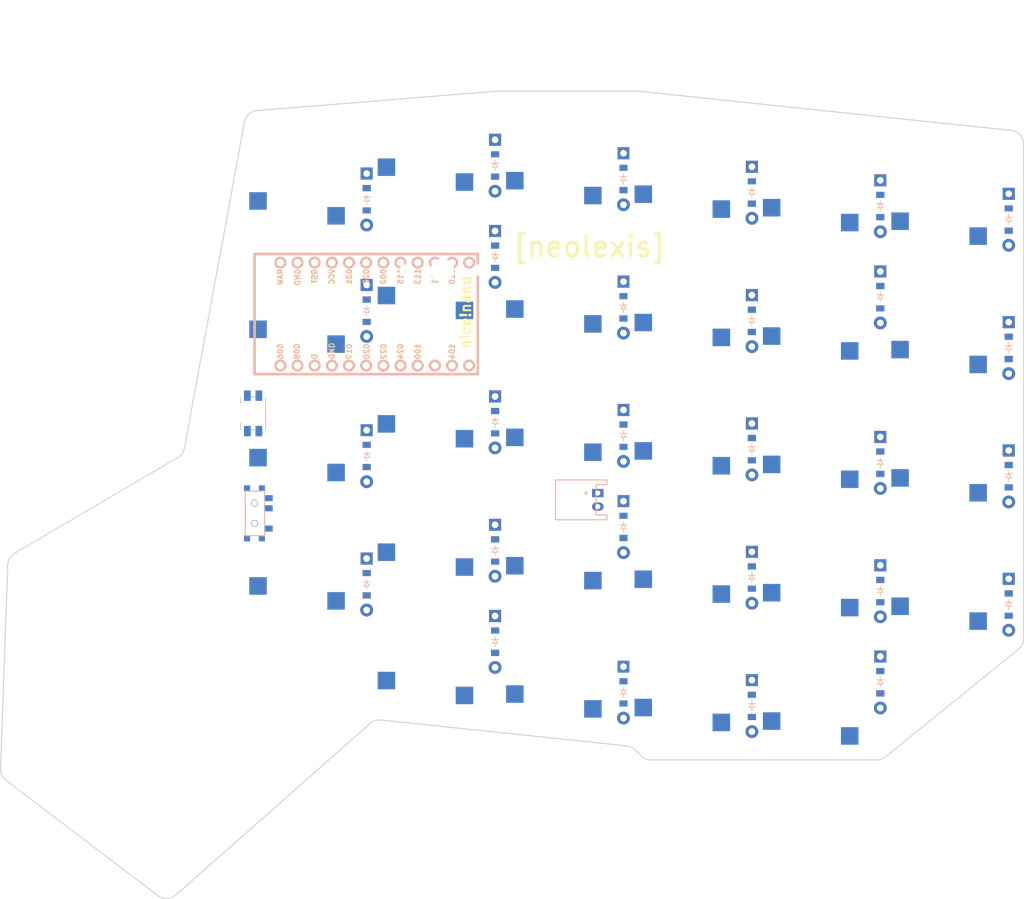
<source format=kicad_pcb>


(kicad_pcb (version 20171130) (host pcbnew 5.1.6)

  (page A3)
  (title_block
    (title "right")
    (rev "v1.0.0")
    (company "Unknown")
  )

  (general
    (thickness 1.6)
  )

  (layers
    (0 F.Cu signal)
    (31 B.Cu signal)
    (32 B.Adhes user)
    (33 F.Adhes user)
    (34 B.Paste user)
    (35 F.Paste user)
    (36 B.SilkS user)
    (37 F.SilkS user)
    (38 B.Mask user)
    (39 F.Mask user)
    (40 Dwgs.User user)
    (41 Cmts.User user)
    (42 Eco1.User user)
    (43 Eco2.User user)
    (44 Edge.Cuts user)
    (45 Margin user)
    (46 B.CrtYd user)
    (47 F.CrtYd user)
    (48 B.Fab user)
    (49 F.Fab user)
  )

  (setup
    (last_trace_width 0.25)
    (trace_clearance 0.2)
    (zone_clearance 0.508)
    (zone_45_only no)
    (trace_min 0.2)
    (via_size 0.8)
    (via_drill 0.4)
    (via_min_size 0.4)
    (via_min_drill 0.3)
    (uvia_size 0.3)
    (uvia_drill 0.1)
    (uvias_allowed no)
    (uvia_min_size 0.2)
    (uvia_min_drill 0.1)
    (edge_width 0.05)
    (segment_width 0.2)
    (pcb_text_width 0.3)
    (pcb_text_size 1.5 1.5)
    (mod_edge_width 0.12)
    (mod_text_size 1 1)
    (mod_text_width 0.15)
    (pad_size 1.524 1.524)
    (pad_drill 0.762)
    (pad_to_mask_clearance 0.05)
    (aux_axis_origin 0 0)
    (visible_elements FFFFFF7F)
    (pcbplotparams
      (layerselection 0x010fc_ffffffff)
      (usegerberextensions false)
      (usegerberattributes true)
      (usegerberadvancedattributes true)
      (creategerberjobfile true)
      (excludeedgelayer true)
      (linewidth 0.100000)
      (plotframeref false)
      (viasonmask false)
      (mode 1)
      (useauxorigin false)
      (hpglpennumber 1)
      (hpglpenspeed 20)
      (hpglpendiameter 15.000000)
      (psnegative false)
      (psa4output false)
      (plotreference true)
      (plotvalue true)
      (plotinvisibletext false)
      (padsonsilk false)
      (subtractmaskfromsilk false)
      (outputformat 1)
      (mirror false)
      (drillshape 1)
      (scaleselection 1)
      (outputdirectory ""))
  )

  (net 0 "")
(net 1 "P020")
(net 2 "mirror_one_home")
(net 3 "mirror_one_top")
(net 4 "mirror_one_num")
(net 5 "mirror_one_mod")
(net 6 "P022")
(net 7 "mirror_two_bottom")
(net 8 "mirror_two_home")
(net 9 "mirror_two_top")
(net 10 "mirror_two_num")
(net 11 "mirror_two_mod")
(net 12 "P024")
(net 13 "mirror_three_bottom")
(net 14 "mirror_three_home")
(net 15 "mirror_three_top")
(net 16 "mirror_three_num")
(net 17 "mirror_three_mod")
(net 18 "P100")
(net 19 "mirror_four_bottom")
(net 20 "mirror_four_home")
(net 21 "mirror_four_top")
(net 22 "mirror_four_num")
(net 23 "mirror_four_mod")
(net 24 "P011")
(net 25 "mirror_five_bottom")
(net 26 "mirror_five_home")
(net 27 "mirror_five_top")
(net 28 "mirror_five_num")
(net 29 "mirror_five_mod")
(net 30 "P017")
(net 31 "mirror_six_home")
(net 32 "mirror_six_top")
(net 33 "mirror_six_num")
(net 34 "mirror_six_mod")
(net 35 "P115")
(net 36 "P002")
(net 37 "P029")
(net 38 "P031")
(net 39 "P113")
(net 40 "RAW")
(net 41 "GND")
(net 42 "RST")
(net 43 "VCC")
(net 44 "P111")
(net 45 "P010")
(net 46 "P009")
(net 47 "P006")
(net 48 "P008")
(net 49 "P104")
(net 50 "P106")
(net 51 "pos")

  (net_class Default "This is the default net class."
    (clearance 0.2)
    (trace_width 0.25)
    (via_dia 0.8)
    (via_drill 0.4)
    (uvia_dia 0.3)
    (uvia_drill 0.1)
    (add_net "")
(add_net "P020")
(add_net "mirror_one_home")
(add_net "mirror_one_top")
(add_net "mirror_one_num")
(add_net "mirror_one_mod")
(add_net "P022")
(add_net "mirror_two_bottom")
(add_net "mirror_two_home")
(add_net "mirror_two_top")
(add_net "mirror_two_num")
(add_net "mirror_two_mod")
(add_net "P024")
(add_net "mirror_three_bottom")
(add_net "mirror_three_home")
(add_net "mirror_three_top")
(add_net "mirror_three_num")
(add_net "mirror_three_mod")
(add_net "P100")
(add_net "mirror_four_bottom")
(add_net "mirror_four_home")
(add_net "mirror_four_top")
(add_net "mirror_four_num")
(add_net "mirror_four_mod")
(add_net "P011")
(add_net "mirror_five_bottom")
(add_net "mirror_five_home")
(add_net "mirror_five_top")
(add_net "mirror_five_num")
(add_net "mirror_five_mod")
(add_net "P017")
(add_net "mirror_six_home")
(add_net "mirror_six_top")
(add_net "mirror_six_num")
(add_net "mirror_six_mod")
(add_net "P115")
(add_net "P002")
(add_net "P029")
(add_net "P031")
(add_net "P113")
(add_net "RAW")
(add_net "GND")
(add_net "RST")
(add_net "VCC")
(add_net "P111")
(add_net "P010")
(add_net "P009")
(add_net "P006")
(add_net "P008")
(add_net "P104")
(add_net "P106")
(add_net "pos")
  )

  
        
      (module PG1350 (layer F.Cu) (tedit 5DD50112)
      (at 370 -19 -180)

      
      (fp_text reference "S1" (at 0 0) (layer F.SilkS) hide (effects (font (size 1.27 1.27) (thickness 0.15))))
      (fp_text value "" (at 0 0) (layer F.SilkS) hide (effects (font (size 1.27 1.27) (thickness 0.15))))

      
      (fp_line (start -7 -6) (end -7 -7) (layer Dwgs.User) (width 0.15))
      (fp_line (start -7 7) (end -6 7) (layer Dwgs.User) (width 0.15))
      (fp_line (start -6 -7) (end -7 -7) (layer Dwgs.User) (width 0.15))
      (fp_line (start -7 7) (end -7 6) (layer Dwgs.User) (width 0.15))
      (fp_line (start 7 6) (end 7 7) (layer Dwgs.User) (width 0.15))
      (fp_line (start 7 -7) (end 6 -7) (layer Dwgs.User) (width 0.15))
      (fp_line (start 6 7) (end 7 7) (layer Dwgs.User) (width 0.15))
      (fp_line (start 7 -7) (end 7 -6) (layer Dwgs.User) (width 0.15))      
      
      
      (pad "" np_thru_hole circle (at 0 0) (size 3.429 3.429) (drill 3.429) (layers *.Cu *.Mask))
        
      
      (pad "" np_thru_hole circle (at 5.5 0) (size 1.7018 1.7018) (drill 1.7018) (layers *.Cu *.Mask))
      (pad "" np_thru_hole circle (at -5.5 0) (size 1.7018 1.7018) (drill 1.7018) (layers *.Cu *.Mask))
      
        
      
      (fp_line (start -9 -8.5) (end 9 -8.5) (layer Dwgs.User) (width 0.15))
      (fp_line (start 9 -8.5) (end 9 8.5) (layer Dwgs.User) (width 0.15))
      (fp_line (start 9 8.5) (end -9 8.5) (layer Dwgs.User) (width 0.15))
      (fp_line (start -9 8.5) (end -9 -8.5) (layer Dwgs.User) (width 0.15))
      
        
          
          (pad "" np_thru_hole circle (at 5 -3.75) (size 3 3) (drill 3) (layers *.Cu *.Mask))
          (pad "" np_thru_hole circle (at 0 -5.95) (size 3 3) (drill 3) (layers *.Cu *.Mask))
      
          
          (pad 1 smd rect (at -3.275 -5.95 -180) (size 2.6 2.6) (layers B.Cu B.Paste B.Mask)  (net 1 "P020"))
          (pad 2 smd rect (at 8.275 -3.75 -180) (size 2.6 2.6) (layers B.Cu B.Paste B.Mask)  (net 2 "mirror_one_home"))
        )
        

        
      (module PG1350 (layer F.Cu) (tedit 5DD50112)
      (at 370 -38 -180)

      
      (fp_text reference "S2" (at 0 0) (layer F.SilkS) hide (effects (font (size 1.27 1.27) (thickness 0.15))))
      (fp_text value "" (at 0 0) (layer F.SilkS) hide (effects (font (size 1.27 1.27) (thickness 0.15))))

      
      (fp_line (start -7 -6) (end -7 -7) (layer Dwgs.User) (width 0.15))
      (fp_line (start -7 7) (end -6 7) (layer Dwgs.User) (width 0.15))
      (fp_line (start -6 -7) (end -7 -7) (layer Dwgs.User) (width 0.15))
      (fp_line (start -7 7) (end -7 6) (layer Dwgs.User) (width 0.15))
      (fp_line (start 7 6) (end 7 7) (layer Dwgs.User) (width 0.15))
      (fp_line (start 7 -7) (end 6 -7) (layer Dwgs.User) (width 0.15))
      (fp_line (start 6 7) (end 7 7) (layer Dwgs.User) (width 0.15))
      (fp_line (start 7 -7) (end 7 -6) (layer Dwgs.User) (width 0.15))      
      
      
      (pad "" np_thru_hole circle (at 0 0) (size 3.429 3.429) (drill 3.429) (layers *.Cu *.Mask))
        
      
      (pad "" np_thru_hole circle (at 5.5 0) (size 1.7018 1.7018) (drill 1.7018) (layers *.Cu *.Mask))
      (pad "" np_thru_hole circle (at -5.5 0) (size 1.7018 1.7018) (drill 1.7018) (layers *.Cu *.Mask))
      
        
      
      (fp_line (start -9 -8.5) (end 9 -8.5) (layer Dwgs.User) (width 0.15))
      (fp_line (start 9 -8.5) (end 9 8.5) (layer Dwgs.User) (width 0.15))
      (fp_line (start 9 8.5) (end -9 8.5) (layer Dwgs.User) (width 0.15))
      (fp_line (start -9 8.5) (end -9 -8.5) (layer Dwgs.User) (width 0.15))
      
        
          
          (pad "" np_thru_hole circle (at 5 -3.75) (size 3 3) (drill 3) (layers *.Cu *.Mask))
          (pad "" np_thru_hole circle (at 0 -5.95) (size 3 3) (drill 3) (layers *.Cu *.Mask))
      
          
          (pad 1 smd rect (at -3.275 -5.95 -180) (size 2.6 2.6) (layers B.Cu B.Paste B.Mask)  (net 1 "P020"))
          (pad 2 smd rect (at 8.275 -3.75 -180) (size 2.6 2.6) (layers B.Cu B.Paste B.Mask)  (net 3 "mirror_one_top"))
        )
        

        
      (module PG1350 (layer F.Cu) (tedit 5DD50112)
      (at 370 -57 -180)

      
      (fp_text reference "S3" (at 0 0) (layer F.SilkS) hide (effects (font (size 1.27 1.27) (thickness 0.15))))
      (fp_text value "" (at 0 0) (layer F.SilkS) hide (effects (font (size 1.27 1.27) (thickness 0.15))))

      
      (fp_line (start -7 -6) (end -7 -7) (layer Dwgs.User) (width 0.15))
      (fp_line (start -7 7) (end -6 7) (layer Dwgs.User) (width 0.15))
      (fp_line (start -6 -7) (end -7 -7) (layer Dwgs.User) (width 0.15))
      (fp_line (start -7 7) (end -7 6) (layer Dwgs.User) (width 0.15))
      (fp_line (start 7 6) (end 7 7) (layer Dwgs.User) (width 0.15))
      (fp_line (start 7 -7) (end 6 -7) (layer Dwgs.User) (width 0.15))
      (fp_line (start 6 7) (end 7 7) (layer Dwgs.User) (width 0.15))
      (fp_line (start 7 -7) (end 7 -6) (layer Dwgs.User) (width 0.15))      
      
      
      (pad "" np_thru_hole circle (at 0 0) (size 3.429 3.429) (drill 3.429) (layers *.Cu *.Mask))
        
      
      (pad "" np_thru_hole circle (at 5.5 0) (size 1.7018 1.7018) (drill 1.7018) (layers *.Cu *.Mask))
      (pad "" np_thru_hole circle (at -5.5 0) (size 1.7018 1.7018) (drill 1.7018) (layers *.Cu *.Mask))
      
        
      
      (fp_line (start -9 -8.5) (end 9 -8.5) (layer Dwgs.User) (width 0.15))
      (fp_line (start 9 -8.5) (end 9 8.5) (layer Dwgs.User) (width 0.15))
      (fp_line (start 9 8.5) (end -9 8.5) (layer Dwgs.User) (width 0.15))
      (fp_line (start -9 8.5) (end -9 -8.5) (layer Dwgs.User) (width 0.15))
      
        
          
          (pad "" np_thru_hole circle (at 5 -3.75) (size 3 3) (drill 3) (layers *.Cu *.Mask))
          (pad "" np_thru_hole circle (at 0 -5.95) (size 3 3) (drill 3) (layers *.Cu *.Mask))
      
          
          (pad 1 smd rect (at -3.275 -5.95 -180) (size 2.6 2.6) (layers B.Cu B.Paste B.Mask)  (net 1 "P020"))
          (pad 2 smd rect (at 8.275 -3.75 -180) (size 2.6 2.6) (layers B.Cu B.Paste B.Mask)  (net 4 "mirror_one_num"))
        )
        

        
      (module PG1350 (layer F.Cu) (tedit 5DD50112)
      (at 370 -76 -180)

      
      (fp_text reference "S4" (at 0 0) (layer F.SilkS) hide (effects (font (size 1.27 1.27) (thickness 0.15))))
      (fp_text value "" (at 0 0) (layer F.SilkS) hide (effects (font (size 1.27 1.27) (thickness 0.15))))

      
      (fp_line (start -7 -6) (end -7 -7) (layer Dwgs.User) (width 0.15))
      (fp_line (start -7 7) (end -6 7) (layer Dwgs.User) (width 0.15))
      (fp_line (start -6 -7) (end -7 -7) (layer Dwgs.User) (width 0.15))
      (fp_line (start -7 7) (end -7 6) (layer Dwgs.User) (width 0.15))
      (fp_line (start 7 6) (end 7 7) (layer Dwgs.User) (width 0.15))
      (fp_line (start 7 -7) (end 6 -7) (layer Dwgs.User) (width 0.15))
      (fp_line (start 6 7) (end 7 7) (layer Dwgs.User) (width 0.15))
      (fp_line (start 7 -7) (end 7 -6) (layer Dwgs.User) (width 0.15))      
      
      
      (pad "" np_thru_hole circle (at 0 0) (size 3.429 3.429) (drill 3.429) (layers *.Cu *.Mask))
        
      
      (pad "" np_thru_hole circle (at 5.5 0) (size 1.7018 1.7018) (drill 1.7018) (layers *.Cu *.Mask))
      (pad "" np_thru_hole circle (at -5.5 0) (size 1.7018 1.7018) (drill 1.7018) (layers *.Cu *.Mask))
      
        
      
      (fp_line (start -9 -8.5) (end 9 -8.5) (layer Dwgs.User) (width 0.15))
      (fp_line (start 9 -8.5) (end 9 8.5) (layer Dwgs.User) (width 0.15))
      (fp_line (start 9 8.5) (end -9 8.5) (layer Dwgs.User) (width 0.15))
      (fp_line (start -9 8.5) (end -9 -8.5) (layer Dwgs.User) (width 0.15))
      
        
          
          (pad "" np_thru_hole circle (at 5 -3.75) (size 3 3) (drill 3) (layers *.Cu *.Mask))
          (pad "" np_thru_hole circle (at 0 -5.95) (size 3 3) (drill 3) (layers *.Cu *.Mask))
      
          
          (pad 1 smd rect (at -3.275 -5.95 -180) (size 2.6 2.6) (layers B.Cu B.Paste B.Mask)  (net 1 "P020"))
          (pad 2 smd rect (at 8.275 -3.75 -180) (size 2.6 2.6) (layers B.Cu B.Paste B.Mask)  (net 5 "mirror_one_mod"))
        )
        

        
      (module PG1350 (layer F.Cu) (tedit 5DD50112)
      (at 351 -2 -180)

      
      (fp_text reference "S5" (at 0 0) (layer F.SilkS) hide (effects (font (size 1.27 1.27) (thickness 0.15))))
      (fp_text value "" (at 0 0) (layer F.SilkS) hide (effects (font (size 1.27 1.27) (thickness 0.15))))

      
      (fp_line (start -7 -6) (end -7 -7) (layer Dwgs.User) (width 0.15))
      (fp_line (start -7 7) (end -6 7) (layer Dwgs.User) (width 0.15))
      (fp_line (start -6 -7) (end -7 -7) (layer Dwgs.User) (width 0.15))
      (fp_line (start -7 7) (end -7 6) (layer Dwgs.User) (width 0.15))
      (fp_line (start 7 6) (end 7 7) (layer Dwgs.User) (width 0.15))
      (fp_line (start 7 -7) (end 6 -7) (layer Dwgs.User) (width 0.15))
      (fp_line (start 6 7) (end 7 7) (layer Dwgs.User) (width 0.15))
      (fp_line (start 7 -7) (end 7 -6) (layer Dwgs.User) (width 0.15))      
      
      
      (pad "" np_thru_hole circle (at 0 0) (size 3.429 3.429) (drill 3.429) (layers *.Cu *.Mask))
        
      
      (pad "" np_thru_hole circle (at 5.5 0) (size 1.7018 1.7018) (drill 1.7018) (layers *.Cu *.Mask))
      (pad "" np_thru_hole circle (at -5.5 0) (size 1.7018 1.7018) (drill 1.7018) (layers *.Cu *.Mask))
      
        
      
      (fp_line (start -9 -8.5) (end 9 -8.5) (layer Dwgs.User) (width 0.15))
      (fp_line (start 9 -8.5) (end 9 8.5) (layer Dwgs.User) (width 0.15))
      (fp_line (start 9 8.5) (end -9 8.5) (layer Dwgs.User) (width 0.15))
      (fp_line (start -9 8.5) (end -9 -8.5) (layer Dwgs.User) (width 0.15))
      
        
          
          (pad "" np_thru_hole circle (at 5 -3.75) (size 3 3) (drill 3) (layers *.Cu *.Mask))
          (pad "" np_thru_hole circle (at 0 -5.95) (size 3 3) (drill 3) (layers *.Cu *.Mask))
      
          
          (pad 1 smd rect (at -3.275 -5.95 -180) (size 2.6 2.6) (layers B.Cu B.Paste B.Mask)  (net 6 "P022"))
          (pad 2 smd rect (at 8.275 -3.75 -180) (size 2.6 2.6) (layers B.Cu B.Paste B.Mask)  (net 7 "mirror_two_bottom"))
        )
        

        
      (module PG1350 (layer F.Cu) (tedit 5DD50112)
      (at 351 -21 -180)

      
      (fp_text reference "S6" (at 0 0) (layer F.SilkS) hide (effects (font (size 1.27 1.27) (thickness 0.15))))
      (fp_text value "" (at 0 0) (layer F.SilkS) hide (effects (font (size 1.27 1.27) (thickness 0.15))))

      
      (fp_line (start -7 -6) (end -7 -7) (layer Dwgs.User) (width 0.15))
      (fp_line (start -7 7) (end -6 7) (layer Dwgs.User) (width 0.15))
      (fp_line (start -6 -7) (end -7 -7) (layer Dwgs.User) (width 0.15))
      (fp_line (start -7 7) (end -7 6) (layer Dwgs.User) (width 0.15))
      (fp_line (start 7 6) (end 7 7) (layer Dwgs.User) (width 0.15))
      (fp_line (start 7 -7) (end 6 -7) (layer Dwgs.User) (width 0.15))
      (fp_line (start 6 7) (end 7 7) (layer Dwgs.User) (width 0.15))
      (fp_line (start 7 -7) (end 7 -6) (layer Dwgs.User) (width 0.15))      
      
      
      (pad "" np_thru_hole circle (at 0 0) (size 3.429 3.429) (drill 3.429) (layers *.Cu *.Mask))
        
      
      (pad "" np_thru_hole circle (at 5.5 0) (size 1.7018 1.7018) (drill 1.7018) (layers *.Cu *.Mask))
      (pad "" np_thru_hole circle (at -5.5 0) (size 1.7018 1.7018) (drill 1.7018) (layers *.Cu *.Mask))
      
        
      
      (fp_line (start -9 -8.5) (end 9 -8.5) (layer Dwgs.User) (width 0.15))
      (fp_line (start 9 -8.5) (end 9 8.5) (layer Dwgs.User) (width 0.15))
      (fp_line (start 9 8.5) (end -9 8.5) (layer Dwgs.User) (width 0.15))
      (fp_line (start -9 8.5) (end -9 -8.5) (layer Dwgs.User) (width 0.15))
      
        
          
          (pad "" np_thru_hole circle (at 5 -3.75) (size 3 3) (drill 3) (layers *.Cu *.Mask))
          (pad "" np_thru_hole circle (at 0 -5.95) (size 3 3) (drill 3) (layers *.Cu *.Mask))
      
          
          (pad 1 smd rect (at -3.275 -5.95 -180) (size 2.6 2.6) (layers B.Cu B.Paste B.Mask)  (net 6 "P022"))
          (pad 2 smd rect (at 8.275 -3.75 -180) (size 2.6 2.6) (layers B.Cu B.Paste B.Mask)  (net 8 "mirror_two_home"))
        )
        

        
      (module PG1350 (layer F.Cu) (tedit 5DD50112)
      (at 351 -40 -180)

      
      (fp_text reference "S7" (at 0 0) (layer F.SilkS) hide (effects (font (size 1.27 1.27) (thickness 0.15))))
      (fp_text value "" (at 0 0) (layer F.SilkS) hide (effects (font (size 1.27 1.27) (thickness 0.15))))

      
      (fp_line (start -7 -6) (end -7 -7) (layer Dwgs.User) (width 0.15))
      (fp_line (start -7 7) (end -6 7) (layer Dwgs.User) (width 0.15))
      (fp_line (start -6 -7) (end -7 -7) (layer Dwgs.User) (width 0.15))
      (fp_line (start -7 7) (end -7 6) (layer Dwgs.User) (width 0.15))
      (fp_line (start 7 6) (end 7 7) (layer Dwgs.User) (width 0.15))
      (fp_line (start 7 -7) (end 6 -7) (layer Dwgs.User) (width 0.15))
      (fp_line (start 6 7) (end 7 7) (layer Dwgs.User) (width 0.15))
      (fp_line (start 7 -7) (end 7 -6) (layer Dwgs.User) (width 0.15))      
      
      
      (pad "" np_thru_hole circle (at 0 0) (size 3.429 3.429) (drill 3.429) (layers *.Cu *.Mask))
        
      
      (pad "" np_thru_hole circle (at 5.5 0) (size 1.7018 1.7018) (drill 1.7018) (layers *.Cu *.Mask))
      (pad "" np_thru_hole circle (at -5.5 0) (size 1.7018 1.7018) (drill 1.7018) (layers *.Cu *.Mask))
      
        
      
      (fp_line (start -9 -8.5) (end 9 -8.5) (layer Dwgs.User) (width 0.15))
      (fp_line (start 9 -8.5) (end 9 8.5) (layer Dwgs.User) (width 0.15))
      (fp_line (start 9 8.5) (end -9 8.5) (layer Dwgs.User) (width 0.15))
      (fp_line (start -9 8.5) (end -9 -8.5) (layer Dwgs.User) (width 0.15))
      
        
          
          (pad "" np_thru_hole circle (at 5 -3.75) (size 3 3) (drill 3) (layers *.Cu *.Mask))
          (pad "" np_thru_hole circle (at 0 -5.95) (size 3 3) (drill 3) (layers *.Cu *.Mask))
      
          
          (pad 1 smd rect (at -3.275 -5.95 -180) (size 2.6 2.6) (layers B.Cu B.Paste B.Mask)  (net 6 "P022"))
          (pad 2 smd rect (at 8.275 -3.75 -180) (size 2.6 2.6) (layers B.Cu B.Paste B.Mask)  (net 9 "mirror_two_top"))
        )
        

        
      (module PG1350 (layer F.Cu) (tedit 5DD50112)
      (at 351 -59 -180)

      
      (fp_text reference "S8" (at 0 0) (layer F.SilkS) hide (effects (font (size 1.27 1.27) (thickness 0.15))))
      (fp_text value "" (at 0 0) (layer F.SilkS) hide (effects (font (size 1.27 1.27) (thickness 0.15))))

      
      (fp_line (start -7 -6) (end -7 -7) (layer Dwgs.User) (width 0.15))
      (fp_line (start -7 7) (end -6 7) (layer Dwgs.User) (width 0.15))
      (fp_line (start -6 -7) (end -7 -7) (layer Dwgs.User) (width 0.15))
      (fp_line (start -7 7) (end -7 6) (layer Dwgs.User) (width 0.15))
      (fp_line (start 7 6) (end 7 7) (layer Dwgs.User) (width 0.15))
      (fp_line (start 7 -7) (end 6 -7) (layer Dwgs.User) (width 0.15))
      (fp_line (start 6 7) (end 7 7) (layer Dwgs.User) (width 0.15))
      (fp_line (start 7 -7) (end 7 -6) (layer Dwgs.User) (width 0.15))      
      
      
      (pad "" np_thru_hole circle (at 0 0) (size 3.429 3.429) (drill 3.429) (layers *.Cu *.Mask))
        
      
      (pad "" np_thru_hole circle (at 5.5 0) (size 1.7018 1.7018) (drill 1.7018) (layers *.Cu *.Mask))
      (pad "" np_thru_hole circle (at -5.5 0) (size 1.7018 1.7018) (drill 1.7018) (layers *.Cu *.Mask))
      
        
      
      (fp_line (start -9 -8.5) (end 9 -8.5) (layer Dwgs.User) (width 0.15))
      (fp_line (start 9 -8.5) (end 9 8.5) (layer Dwgs.User) (width 0.15))
      (fp_line (start 9 8.5) (end -9 8.5) (layer Dwgs.User) (width 0.15))
      (fp_line (start -9 8.5) (end -9 -8.5) (layer Dwgs.User) (width 0.15))
      
        
          
          (pad "" np_thru_hole circle (at 5 -3.75) (size 3 3) (drill 3) (layers *.Cu *.Mask))
          (pad "" np_thru_hole circle (at 0 -5.95) (size 3 3) (drill 3) (layers *.Cu *.Mask))
      
          
          (pad 1 smd rect (at -3.275 -5.95 -180) (size 2.6 2.6) (layers B.Cu B.Paste B.Mask)  (net 6 "P022"))
          (pad 2 smd rect (at 8.275 -3.75 -180) (size 2.6 2.6) (layers B.Cu B.Paste B.Mask)  (net 10 "mirror_two_num"))
        )
        

        
      (module PG1350 (layer F.Cu) (tedit 5DD50112)
      (at 351 -78 -180)

      
      (fp_text reference "S9" (at 0 0) (layer F.SilkS) hide (effects (font (size 1.27 1.27) (thickness 0.15))))
      (fp_text value "" (at 0 0) (layer F.SilkS) hide (effects (font (size 1.27 1.27) (thickness 0.15))))

      
      (fp_line (start -7 -6) (end -7 -7) (layer Dwgs.User) (width 0.15))
      (fp_line (start -7 7) (end -6 7) (layer Dwgs.User) (width 0.15))
      (fp_line (start -6 -7) (end -7 -7) (layer Dwgs.User) (width 0.15))
      (fp_line (start -7 7) (end -7 6) (layer Dwgs.User) (width 0.15))
      (fp_line (start 7 6) (end 7 7) (layer Dwgs.User) (width 0.15))
      (fp_line (start 7 -7) (end 6 -7) (layer Dwgs.User) (width 0.15))
      (fp_line (start 6 7) (end 7 7) (layer Dwgs.User) (width 0.15))
      (fp_line (start 7 -7) (end 7 -6) (layer Dwgs.User) (width 0.15))      
      
      
      (pad "" np_thru_hole circle (at 0 0) (size 3.429 3.429) (drill 3.429) (layers *.Cu *.Mask))
        
      
      (pad "" np_thru_hole circle (at 5.5 0) (size 1.7018 1.7018) (drill 1.7018) (layers *.Cu *.Mask))
      (pad "" np_thru_hole circle (at -5.5 0) (size 1.7018 1.7018) (drill 1.7018) (layers *.Cu *.Mask))
      
        
      
      (fp_line (start -9 -8.5) (end 9 -8.5) (layer Dwgs.User) (width 0.15))
      (fp_line (start 9 -8.5) (end 9 8.5) (layer Dwgs.User) (width 0.15))
      (fp_line (start 9 8.5) (end -9 8.5) (layer Dwgs.User) (width 0.15))
      (fp_line (start -9 8.5) (end -9 -8.5) (layer Dwgs.User) (width 0.15))
      
        
          
          (pad "" np_thru_hole circle (at 5 -3.75) (size 3 3) (drill 3) (layers *.Cu *.Mask))
          (pad "" np_thru_hole circle (at 0 -5.95) (size 3 3) (drill 3) (layers *.Cu *.Mask))
      
          
          (pad 1 smd rect (at -3.275 -5.95 -180) (size 2.6 2.6) (layers B.Cu B.Paste B.Mask)  (net 6 "P022"))
          (pad 2 smd rect (at 8.275 -3.75 -180) (size 2.6 2.6) (layers B.Cu B.Paste B.Mask)  (net 11 "mirror_two_mod"))
        )
        

        
      (module PG1350 (layer F.Cu) (tedit 5DD50112)
      (at 332 -4 -180)

      
      (fp_text reference "S10" (at 0 0) (layer F.SilkS) hide (effects (font (size 1.27 1.27) (thickness 0.15))))
      (fp_text value "" (at 0 0) (layer F.SilkS) hide (effects (font (size 1.27 1.27) (thickness 0.15))))

      
      (fp_line (start -7 -6) (end -7 -7) (layer Dwgs.User) (width 0.15))
      (fp_line (start -7 7) (end -6 7) (layer Dwgs.User) (width 0.15))
      (fp_line (start -6 -7) (end -7 -7) (layer Dwgs.User) (width 0.15))
      (fp_line (start -7 7) (end -7 6) (layer Dwgs.User) (width 0.15))
      (fp_line (start 7 6) (end 7 7) (layer Dwgs.User) (width 0.15))
      (fp_line (start 7 -7) (end 6 -7) (layer Dwgs.User) (width 0.15))
      (fp_line (start 6 7) (end 7 7) (layer Dwgs.User) (width 0.15))
      (fp_line (start 7 -7) (end 7 -6) (layer Dwgs.User) (width 0.15))      
      
      
      (pad "" np_thru_hole circle (at 0 0) (size 3.429 3.429) (drill 3.429) (layers *.Cu *.Mask))
        
      
      (pad "" np_thru_hole circle (at 5.5 0) (size 1.7018 1.7018) (drill 1.7018) (layers *.Cu *.Mask))
      (pad "" np_thru_hole circle (at -5.5 0) (size 1.7018 1.7018) (drill 1.7018) (layers *.Cu *.Mask))
      
        
      
      (fp_line (start -9 -8.5) (end 9 -8.5) (layer Dwgs.User) (width 0.15))
      (fp_line (start 9 -8.5) (end 9 8.5) (layer Dwgs.User) (width 0.15))
      (fp_line (start 9 8.5) (end -9 8.5) (layer Dwgs.User) (width 0.15))
      (fp_line (start -9 8.5) (end -9 -8.5) (layer Dwgs.User) (width 0.15))
      
        
          
          (pad "" np_thru_hole circle (at 5 -3.75) (size 3 3) (drill 3) (layers *.Cu *.Mask))
          (pad "" np_thru_hole circle (at 0 -5.95) (size 3 3) (drill 3) (layers *.Cu *.Mask))
      
          
          (pad 1 smd rect (at -3.275 -5.95 -180) (size 2.6 2.6) (layers B.Cu B.Paste B.Mask)  (net 12 "P024"))
          (pad 2 smd rect (at 8.275 -3.75 -180) (size 2.6 2.6) (layers B.Cu B.Paste B.Mask)  (net 13 "mirror_three_bottom"))
        )
        

        
      (module PG1350 (layer F.Cu) (tedit 5DD50112)
      (at 332 -23 -180)

      
      (fp_text reference "S11" (at 0 0) (layer F.SilkS) hide (effects (font (size 1.27 1.27) (thickness 0.15))))
      (fp_text value "" (at 0 0) (layer F.SilkS) hide (effects (font (size 1.27 1.27) (thickness 0.15))))

      
      (fp_line (start -7 -6) (end -7 -7) (layer Dwgs.User) (width 0.15))
      (fp_line (start -7 7) (end -6 7) (layer Dwgs.User) (width 0.15))
      (fp_line (start -6 -7) (end -7 -7) (layer Dwgs.User) (width 0.15))
      (fp_line (start -7 7) (end -7 6) (layer Dwgs.User) (width 0.15))
      (fp_line (start 7 6) (end 7 7) (layer Dwgs.User) (width 0.15))
      (fp_line (start 7 -7) (end 6 -7) (layer Dwgs.User) (width 0.15))
      (fp_line (start 6 7) (end 7 7) (layer Dwgs.User) (width 0.15))
      (fp_line (start 7 -7) (end 7 -6) (layer Dwgs.User) (width 0.15))      
      
      
      (pad "" np_thru_hole circle (at 0 0) (size 3.429 3.429) (drill 3.429) (layers *.Cu *.Mask))
        
      
      (pad "" np_thru_hole circle (at 5.5 0) (size 1.7018 1.7018) (drill 1.7018) (layers *.Cu *.Mask))
      (pad "" np_thru_hole circle (at -5.5 0) (size 1.7018 1.7018) (drill 1.7018) (layers *.Cu *.Mask))
      
        
      
      (fp_line (start -9 -8.5) (end 9 -8.5) (layer Dwgs.User) (width 0.15))
      (fp_line (start 9 -8.5) (end 9 8.5) (layer Dwgs.User) (width 0.15))
      (fp_line (start 9 8.5) (end -9 8.5) (layer Dwgs.User) (width 0.15))
      (fp_line (start -9 8.5) (end -9 -8.5) (layer Dwgs.User) (width 0.15))
      
        
          
          (pad "" np_thru_hole circle (at 5 -3.75) (size 3 3) (drill 3) (layers *.Cu *.Mask))
          (pad "" np_thru_hole circle (at 0 -5.95) (size 3 3) (drill 3) (layers *.Cu *.Mask))
      
          
          (pad 1 smd rect (at -3.275 -5.95 -180) (size 2.6 2.6) (layers B.Cu B.Paste B.Mask)  (net 12 "P024"))
          (pad 2 smd rect (at 8.275 -3.75 -180) (size 2.6 2.6) (layers B.Cu B.Paste B.Mask)  (net 14 "mirror_three_home"))
        )
        

        
      (module PG1350 (layer F.Cu) (tedit 5DD50112)
      (at 332 -42 -180)

      
      (fp_text reference "S12" (at 0 0) (layer F.SilkS) hide (effects (font (size 1.27 1.27) (thickness 0.15))))
      (fp_text value "" (at 0 0) (layer F.SilkS) hide (effects (font (size 1.27 1.27) (thickness 0.15))))

      
      (fp_line (start -7 -6) (end -7 -7) (layer Dwgs.User) (width 0.15))
      (fp_line (start -7 7) (end -6 7) (layer Dwgs.User) (width 0.15))
      (fp_line (start -6 -7) (end -7 -7) (layer Dwgs.User) (width 0.15))
      (fp_line (start -7 7) (end -7 6) (layer Dwgs.User) (width 0.15))
      (fp_line (start 7 6) (end 7 7) (layer Dwgs.User) (width 0.15))
      (fp_line (start 7 -7) (end 6 -7) (layer Dwgs.User) (width 0.15))
      (fp_line (start 6 7) (end 7 7) (layer Dwgs.User) (width 0.15))
      (fp_line (start 7 -7) (end 7 -6) (layer Dwgs.User) (width 0.15))      
      
      
      (pad "" np_thru_hole circle (at 0 0) (size 3.429 3.429) (drill 3.429) (layers *.Cu *.Mask))
        
      
      (pad "" np_thru_hole circle (at 5.5 0) (size 1.7018 1.7018) (drill 1.7018) (layers *.Cu *.Mask))
      (pad "" np_thru_hole circle (at -5.5 0) (size 1.7018 1.7018) (drill 1.7018) (layers *.Cu *.Mask))
      
        
      
      (fp_line (start -9 -8.5) (end 9 -8.5) (layer Dwgs.User) (width 0.15))
      (fp_line (start 9 -8.5) (end 9 8.5) (layer Dwgs.User) (width 0.15))
      (fp_line (start 9 8.5) (end -9 8.5) (layer Dwgs.User) (width 0.15))
      (fp_line (start -9 8.5) (end -9 -8.5) (layer Dwgs.User) (width 0.15))
      
        
          
          (pad "" np_thru_hole circle (at 5 -3.75) (size 3 3) (drill 3) (layers *.Cu *.Mask))
          (pad "" np_thru_hole circle (at 0 -5.95) (size 3 3) (drill 3) (layers *.Cu *.Mask))
      
          
          (pad 1 smd rect (at -3.275 -5.95 -180) (size 2.6 2.6) (layers B.Cu B.Paste B.Mask)  (net 12 "P024"))
          (pad 2 smd rect (at 8.275 -3.75 -180) (size 2.6 2.6) (layers B.Cu B.Paste B.Mask)  (net 15 "mirror_three_top"))
        )
        

        
      (module PG1350 (layer F.Cu) (tedit 5DD50112)
      (at 332 -61 -180)

      
      (fp_text reference "S13" (at 0 0) (layer F.SilkS) hide (effects (font (size 1.27 1.27) (thickness 0.15))))
      (fp_text value "" (at 0 0) (layer F.SilkS) hide (effects (font (size 1.27 1.27) (thickness 0.15))))

      
      (fp_line (start -7 -6) (end -7 -7) (layer Dwgs.User) (width 0.15))
      (fp_line (start -7 7) (end -6 7) (layer Dwgs.User) (width 0.15))
      (fp_line (start -6 -7) (end -7 -7) (layer Dwgs.User) (width 0.15))
      (fp_line (start -7 7) (end -7 6) (layer Dwgs.User) (width 0.15))
      (fp_line (start 7 6) (end 7 7) (layer Dwgs.User) (width 0.15))
      (fp_line (start 7 -7) (end 6 -7) (layer Dwgs.User) (width 0.15))
      (fp_line (start 6 7) (end 7 7) (layer Dwgs.User) (width 0.15))
      (fp_line (start 7 -7) (end 7 -6) (layer Dwgs.User) (width 0.15))      
      
      
      (pad "" np_thru_hole circle (at 0 0) (size 3.429 3.429) (drill 3.429) (layers *.Cu *.Mask))
        
      
      (pad "" np_thru_hole circle (at 5.5 0) (size 1.7018 1.7018) (drill 1.7018) (layers *.Cu *.Mask))
      (pad "" np_thru_hole circle (at -5.5 0) (size 1.7018 1.7018) (drill 1.7018) (layers *.Cu *.Mask))
      
        
      
      (fp_line (start -9 -8.5) (end 9 -8.5) (layer Dwgs.User) (width 0.15))
      (fp_line (start 9 -8.5) (end 9 8.5) (layer Dwgs.User) (width 0.15))
      (fp_line (start 9 8.5) (end -9 8.5) (layer Dwgs.User) (width 0.15))
      (fp_line (start -9 8.5) (end -9 -8.5) (layer Dwgs.User) (width 0.15))
      
        
          
          (pad "" np_thru_hole circle (at 5 -3.75) (size 3 3) (drill 3) (layers *.Cu *.Mask))
          (pad "" np_thru_hole circle (at 0 -5.95) (size 3 3) (drill 3) (layers *.Cu *.Mask))
      
          
          (pad 1 smd rect (at -3.275 -5.95 -180) (size 2.6 2.6) (layers B.Cu B.Paste B.Mask)  (net 12 "P024"))
          (pad 2 smd rect (at 8.275 -3.75 -180) (size 2.6 2.6) (layers B.Cu B.Paste B.Mask)  (net 16 "mirror_three_num"))
        )
        

        
      (module PG1350 (layer F.Cu) (tedit 5DD50112)
      (at 332 -80 -180)

      
      (fp_text reference "S14" (at 0 0) (layer F.SilkS) hide (effects (font (size 1.27 1.27) (thickness 0.15))))
      (fp_text value "" (at 0 0) (layer F.SilkS) hide (effects (font (size 1.27 1.27) (thickness 0.15))))

      
      (fp_line (start -7 -6) (end -7 -7) (layer Dwgs.User) (width 0.15))
      (fp_line (start -7 7) (end -6 7) (layer Dwgs.User) (width 0.15))
      (fp_line (start -6 -7) (end -7 -7) (layer Dwgs.User) (width 0.15))
      (fp_line (start -7 7) (end -7 6) (layer Dwgs.User) (width 0.15))
      (fp_line (start 7 6) (end 7 7) (layer Dwgs.User) (width 0.15))
      (fp_line (start 7 -7) (end 6 -7) (layer Dwgs.User) (width 0.15))
      (fp_line (start 6 7) (end 7 7) (layer Dwgs.User) (width 0.15))
      (fp_line (start 7 -7) (end 7 -6) (layer Dwgs.User) (width 0.15))      
      
      
      (pad "" np_thru_hole circle (at 0 0) (size 3.429 3.429) (drill 3.429) (layers *.Cu *.Mask))
        
      
      (pad "" np_thru_hole circle (at 5.5 0) (size 1.7018 1.7018) (drill 1.7018) (layers *.Cu *.Mask))
      (pad "" np_thru_hole circle (at -5.5 0) (size 1.7018 1.7018) (drill 1.7018) (layers *.Cu *.Mask))
      
        
      
      (fp_line (start -9 -8.5) (end 9 -8.5) (layer Dwgs.User) (width 0.15))
      (fp_line (start 9 -8.5) (end 9 8.5) (layer Dwgs.User) (width 0.15))
      (fp_line (start 9 8.5) (end -9 8.5) (layer Dwgs.User) (width 0.15))
      (fp_line (start -9 8.5) (end -9 -8.5) (layer Dwgs.User) (width 0.15))
      
        
          
          (pad "" np_thru_hole circle (at 5 -3.75) (size 3 3) (drill 3) (layers *.Cu *.Mask))
          (pad "" np_thru_hole circle (at 0 -5.95) (size 3 3) (drill 3) (layers *.Cu *.Mask))
      
          
          (pad 1 smd rect (at -3.275 -5.95 -180) (size 2.6 2.6) (layers B.Cu B.Paste B.Mask)  (net 12 "P024"))
          (pad 2 smd rect (at 8.275 -3.75 -180) (size 2.6 2.6) (layers B.Cu B.Paste B.Mask)  (net 17 "mirror_three_mod"))
        )
        

        
      (module PG1350 (layer F.Cu) (tedit 5DD50112)
      (at 313 -6 -180)

      
      (fp_text reference "S15" (at 0 0) (layer F.SilkS) hide (effects (font (size 1.27 1.27) (thickness 0.15))))
      (fp_text value "" (at 0 0) (layer F.SilkS) hide (effects (font (size 1.27 1.27) (thickness 0.15))))

      
      (fp_line (start -7 -6) (end -7 -7) (layer Dwgs.User) (width 0.15))
      (fp_line (start -7 7) (end -6 7) (layer Dwgs.User) (width 0.15))
      (fp_line (start -6 -7) (end -7 -7) (layer Dwgs.User) (width 0.15))
      (fp_line (start -7 7) (end -7 6) (layer Dwgs.User) (width 0.15))
      (fp_line (start 7 6) (end 7 7) (layer Dwgs.User) (width 0.15))
      (fp_line (start 7 -7) (end 6 -7) (layer Dwgs.User) (width 0.15))
      (fp_line (start 6 7) (end 7 7) (layer Dwgs.User) (width 0.15))
      (fp_line (start 7 -7) (end 7 -6) (layer Dwgs.User) (width 0.15))      
      
      
      (pad "" np_thru_hole circle (at 0 0) (size 3.429 3.429) (drill 3.429) (layers *.Cu *.Mask))
        
      
      (pad "" np_thru_hole circle (at 5.5 0) (size 1.7018 1.7018) (drill 1.7018) (layers *.Cu *.Mask))
      (pad "" np_thru_hole circle (at -5.5 0) (size 1.7018 1.7018) (drill 1.7018) (layers *.Cu *.Mask))
      
        
      
      (fp_line (start -9 -8.5) (end 9 -8.5) (layer Dwgs.User) (width 0.15))
      (fp_line (start 9 -8.5) (end 9 8.5) (layer Dwgs.User) (width 0.15))
      (fp_line (start 9 8.5) (end -9 8.5) (layer Dwgs.User) (width 0.15))
      (fp_line (start -9 8.5) (end -9 -8.5) (layer Dwgs.User) (width 0.15))
      
        
          
          (pad "" np_thru_hole circle (at 5 -3.75) (size 3 3) (drill 3) (layers *.Cu *.Mask))
          (pad "" np_thru_hole circle (at 0 -5.95) (size 3 3) (drill 3) (layers *.Cu *.Mask))
      
          
          (pad 1 smd rect (at -3.275 -5.95 -180) (size 2.6 2.6) (layers B.Cu B.Paste B.Mask)  (net 18 "P100"))
          (pad 2 smd rect (at 8.275 -3.75 -180) (size 2.6 2.6) (layers B.Cu B.Paste B.Mask)  (net 19 "mirror_four_bottom"))
        )
        

        
      (module PG1350 (layer F.Cu) (tedit 5DD50112)
      (at 313 -25 -180)

      
      (fp_text reference "S16" (at 0 0) (layer F.SilkS) hide (effects (font (size 1.27 1.27) (thickness 0.15))))
      (fp_text value "" (at 0 0) (layer F.SilkS) hide (effects (font (size 1.27 1.27) (thickness 0.15))))

      
      (fp_line (start -7 -6) (end -7 -7) (layer Dwgs.User) (width 0.15))
      (fp_line (start -7 7) (end -6 7) (layer Dwgs.User) (width 0.15))
      (fp_line (start -6 -7) (end -7 -7) (layer Dwgs.User) (width 0.15))
      (fp_line (start -7 7) (end -7 6) (layer Dwgs.User) (width 0.15))
      (fp_line (start 7 6) (end 7 7) (layer Dwgs.User) (width 0.15))
      (fp_line (start 7 -7) (end 6 -7) (layer Dwgs.User) (width 0.15))
      (fp_line (start 6 7) (end 7 7) (layer Dwgs.User) (width 0.15))
      (fp_line (start 7 -7) (end 7 -6) (layer Dwgs.User) (width 0.15))      
      
      
      (pad "" np_thru_hole circle (at 0 0) (size 3.429 3.429) (drill 3.429) (layers *.Cu *.Mask))
        
      
      (pad "" np_thru_hole circle (at 5.5 0) (size 1.7018 1.7018) (drill 1.7018) (layers *.Cu *.Mask))
      (pad "" np_thru_hole circle (at -5.5 0) (size 1.7018 1.7018) (drill 1.7018) (layers *.Cu *.Mask))
      
        
      
      (fp_line (start -9 -8.5) (end 9 -8.5) (layer Dwgs.User) (width 0.15))
      (fp_line (start 9 -8.5) (end 9 8.5) (layer Dwgs.User) (width 0.15))
      (fp_line (start 9 8.5) (end -9 8.5) (layer Dwgs.User) (width 0.15))
      (fp_line (start -9 8.5) (end -9 -8.5) (layer Dwgs.User) (width 0.15))
      
        
          
          (pad "" np_thru_hole circle (at 5 -3.75) (size 3 3) (drill 3) (layers *.Cu *.Mask))
          (pad "" np_thru_hole circle (at 0 -5.95) (size 3 3) (drill 3) (layers *.Cu *.Mask))
      
          
          (pad 1 smd rect (at -3.275 -5.95 -180) (size 2.6 2.6) (layers B.Cu B.Paste B.Mask)  (net 18 "P100"))
          (pad 2 smd rect (at 8.275 -3.75 -180) (size 2.6 2.6) (layers B.Cu B.Paste B.Mask)  (net 20 "mirror_four_home"))
        )
        

        
      (module PG1350 (layer F.Cu) (tedit 5DD50112)
      (at 313 -44 -180)

      
      (fp_text reference "S17" (at 0 0) (layer F.SilkS) hide (effects (font (size 1.27 1.27) (thickness 0.15))))
      (fp_text value "" (at 0 0) (layer F.SilkS) hide (effects (font (size 1.27 1.27) (thickness 0.15))))

      
      (fp_line (start -7 -6) (end -7 -7) (layer Dwgs.User) (width 0.15))
      (fp_line (start -7 7) (end -6 7) (layer Dwgs.User) (width 0.15))
      (fp_line (start -6 -7) (end -7 -7) (layer Dwgs.User) (width 0.15))
      (fp_line (start -7 7) (end -7 6) (layer Dwgs.User) (width 0.15))
      (fp_line (start 7 6) (end 7 7) (layer Dwgs.User) (width 0.15))
      (fp_line (start 7 -7) (end 6 -7) (layer Dwgs.User) (width 0.15))
      (fp_line (start 6 7) (end 7 7) (layer Dwgs.User) (width 0.15))
      (fp_line (start 7 -7) (end 7 -6) (layer Dwgs.User) (width 0.15))      
      
      
      (pad "" np_thru_hole circle (at 0 0) (size 3.429 3.429) (drill 3.429) (layers *.Cu *.Mask))
        
      
      (pad "" np_thru_hole circle (at 5.5 0) (size 1.7018 1.7018) (drill 1.7018) (layers *.Cu *.Mask))
      (pad "" np_thru_hole circle (at -5.5 0) (size 1.7018 1.7018) (drill 1.7018) (layers *.Cu *.Mask))
      
        
      
      (fp_line (start -9 -8.5) (end 9 -8.5) (layer Dwgs.User) (width 0.15))
      (fp_line (start 9 -8.5) (end 9 8.5) (layer Dwgs.User) (width 0.15))
      (fp_line (start 9 8.5) (end -9 8.5) (layer Dwgs.User) (width 0.15))
      (fp_line (start -9 8.5) (end -9 -8.5) (layer Dwgs.User) (width 0.15))
      
        
          
          (pad "" np_thru_hole circle (at 5 -3.75) (size 3 3) (drill 3) (layers *.Cu *.Mask))
          (pad "" np_thru_hole circle (at 0 -5.95) (size 3 3) (drill 3) (layers *.Cu *.Mask))
      
          
          (pad 1 smd rect (at -3.275 -5.95 -180) (size 2.6 2.6) (layers B.Cu B.Paste B.Mask)  (net 18 "P100"))
          (pad 2 smd rect (at 8.275 -3.75 -180) (size 2.6 2.6) (layers B.Cu B.Paste B.Mask)  (net 21 "mirror_four_top"))
        )
        

        
      (module PG1350 (layer F.Cu) (tedit 5DD50112)
      (at 313 -63 -180)

      
      (fp_text reference "S18" (at 0 0) (layer F.SilkS) hide (effects (font (size 1.27 1.27) (thickness 0.15))))
      (fp_text value "" (at 0 0) (layer F.SilkS) hide (effects (font (size 1.27 1.27) (thickness 0.15))))

      
      (fp_line (start -7 -6) (end -7 -7) (layer Dwgs.User) (width 0.15))
      (fp_line (start -7 7) (end -6 7) (layer Dwgs.User) (width 0.15))
      (fp_line (start -6 -7) (end -7 -7) (layer Dwgs.User) (width 0.15))
      (fp_line (start -7 7) (end -7 6) (layer Dwgs.User) (width 0.15))
      (fp_line (start 7 6) (end 7 7) (layer Dwgs.User) (width 0.15))
      (fp_line (start 7 -7) (end 6 -7) (layer Dwgs.User) (width 0.15))
      (fp_line (start 6 7) (end 7 7) (layer Dwgs.User) (width 0.15))
      (fp_line (start 7 -7) (end 7 -6) (layer Dwgs.User) (width 0.15))      
      
      
      (pad "" np_thru_hole circle (at 0 0) (size 3.429 3.429) (drill 3.429) (layers *.Cu *.Mask))
        
      
      (pad "" np_thru_hole circle (at 5.5 0) (size 1.7018 1.7018) (drill 1.7018) (layers *.Cu *.Mask))
      (pad "" np_thru_hole circle (at -5.5 0) (size 1.7018 1.7018) (drill 1.7018) (layers *.Cu *.Mask))
      
        
      
      (fp_line (start -9 -8.5) (end 9 -8.5) (layer Dwgs.User) (width 0.15))
      (fp_line (start 9 -8.5) (end 9 8.5) (layer Dwgs.User) (width 0.15))
      (fp_line (start 9 8.5) (end -9 8.5) (layer Dwgs.User) (width 0.15))
      (fp_line (start -9 8.5) (end -9 -8.5) (layer Dwgs.User) (width 0.15))
      
        
          
          (pad "" np_thru_hole circle (at 5 -3.75) (size 3 3) (drill 3) (layers *.Cu *.Mask))
          (pad "" np_thru_hole circle (at 0 -5.95) (size 3 3) (drill 3) (layers *.Cu *.Mask))
      
          
          (pad 1 smd rect (at -3.275 -5.95 -180) (size 2.6 2.6) (layers B.Cu B.Paste B.Mask)  (net 18 "P100"))
          (pad 2 smd rect (at 8.275 -3.75 -180) (size 2.6 2.6) (layers B.Cu B.Paste B.Mask)  (net 22 "mirror_four_num"))
        )
        

        
      (module PG1350 (layer F.Cu) (tedit 5DD50112)
      (at 313 -82 -180)

      
      (fp_text reference "S19" (at 0 0) (layer F.SilkS) hide (effects (font (size 1.27 1.27) (thickness 0.15))))
      (fp_text value "" (at 0 0) (layer F.SilkS) hide (effects (font (size 1.27 1.27) (thickness 0.15))))

      
      (fp_line (start -7 -6) (end -7 -7) (layer Dwgs.User) (width 0.15))
      (fp_line (start -7 7) (end -6 7) (layer Dwgs.User) (width 0.15))
      (fp_line (start -6 -7) (end -7 -7) (layer Dwgs.User) (width 0.15))
      (fp_line (start -7 7) (end -7 6) (layer Dwgs.User) (width 0.15))
      (fp_line (start 7 6) (end 7 7) (layer Dwgs.User) (width 0.15))
      (fp_line (start 7 -7) (end 6 -7) (layer Dwgs.User) (width 0.15))
      (fp_line (start 6 7) (end 7 7) (layer Dwgs.User) (width 0.15))
      (fp_line (start 7 -7) (end 7 -6) (layer Dwgs.User) (width 0.15))      
      
      
      (pad "" np_thru_hole circle (at 0 0) (size 3.429 3.429) (drill 3.429) (layers *.Cu *.Mask))
        
      
      (pad "" np_thru_hole circle (at 5.5 0) (size 1.7018 1.7018) (drill 1.7018) (layers *.Cu *.Mask))
      (pad "" np_thru_hole circle (at -5.5 0) (size 1.7018 1.7018) (drill 1.7018) (layers *.Cu *.Mask))
      
        
      
      (fp_line (start -9 -8.5) (end 9 -8.5) (layer Dwgs.User) (width 0.15))
      (fp_line (start 9 -8.5) (end 9 8.5) (layer Dwgs.User) (width 0.15))
      (fp_line (start 9 8.5) (end -9 8.5) (layer Dwgs.User) (width 0.15))
      (fp_line (start -9 8.5) (end -9 -8.5) (layer Dwgs.User) (width 0.15))
      
        
          
          (pad "" np_thru_hole circle (at 5 -3.75) (size 3 3) (drill 3) (layers *.Cu *.Mask))
          (pad "" np_thru_hole circle (at 0 -5.95) (size 3 3) (drill 3) (layers *.Cu *.Mask))
      
          
          (pad 1 smd rect (at -3.275 -5.95 -180) (size 2.6 2.6) (layers B.Cu B.Paste B.Mask)  (net 18 "P100"))
          (pad 2 smd rect (at 8.275 -3.75 -180) (size 2.6 2.6) (layers B.Cu B.Paste B.Mask)  (net 23 "mirror_four_mod"))
        )
        

        
      (module PG1350 (layer F.Cu) (tedit 5DD50112)
      (at 294 -8 -180)

      
      (fp_text reference "S20" (at 0 0) (layer F.SilkS) hide (effects (font (size 1.27 1.27) (thickness 0.15))))
      (fp_text value "" (at 0 0) (layer F.SilkS) hide (effects (font (size 1.27 1.27) (thickness 0.15))))

      
      (fp_line (start -7 -6) (end -7 -7) (layer Dwgs.User) (width 0.15))
      (fp_line (start -7 7) (end -6 7) (layer Dwgs.User) (width 0.15))
      (fp_line (start -6 -7) (end -7 -7) (layer Dwgs.User) (width 0.15))
      (fp_line (start -7 7) (end -7 6) (layer Dwgs.User) (width 0.15))
      (fp_line (start 7 6) (end 7 7) (layer Dwgs.User) (width 0.15))
      (fp_line (start 7 -7) (end 6 -7) (layer Dwgs.User) (width 0.15))
      (fp_line (start 6 7) (end 7 7) (layer Dwgs.User) (width 0.15))
      (fp_line (start 7 -7) (end 7 -6) (layer Dwgs.User) (width 0.15))      
      
      
      (pad "" np_thru_hole circle (at 0 0) (size 3.429 3.429) (drill 3.429) (layers *.Cu *.Mask))
        
      
      (pad "" np_thru_hole circle (at 5.5 0) (size 1.7018 1.7018) (drill 1.7018) (layers *.Cu *.Mask))
      (pad "" np_thru_hole circle (at -5.5 0) (size 1.7018 1.7018) (drill 1.7018) (layers *.Cu *.Mask))
      
        
      
      (fp_line (start -9 -8.5) (end 9 -8.5) (layer Dwgs.User) (width 0.15))
      (fp_line (start 9 -8.5) (end 9 8.5) (layer Dwgs.User) (width 0.15))
      (fp_line (start 9 8.5) (end -9 8.5) (layer Dwgs.User) (width 0.15))
      (fp_line (start -9 8.5) (end -9 -8.5) (layer Dwgs.User) (width 0.15))
      
        
          
          (pad "" np_thru_hole circle (at 5 -3.75) (size 3 3) (drill 3) (layers *.Cu *.Mask))
          (pad "" np_thru_hole circle (at 0 -5.95) (size 3 3) (drill 3) (layers *.Cu *.Mask))
      
          
          (pad 1 smd rect (at -3.275 -5.95 -180) (size 2.6 2.6) (layers B.Cu B.Paste B.Mask)  (net 24 "P011"))
          (pad 2 smd rect (at 8.275 -3.75 -180) (size 2.6 2.6) (layers B.Cu B.Paste B.Mask)  (net 25 "mirror_five_bottom"))
        )
        

        
      (module PG1350 (layer F.Cu) (tedit 5DD50112)
      (at 294 -27 -180)

      
      (fp_text reference "S21" (at 0 0) (layer F.SilkS) hide (effects (font (size 1.27 1.27) (thickness 0.15))))
      (fp_text value "" (at 0 0) (layer F.SilkS) hide (effects (font (size 1.27 1.27) (thickness 0.15))))

      
      (fp_line (start -7 -6) (end -7 -7) (layer Dwgs.User) (width 0.15))
      (fp_line (start -7 7) (end -6 7) (layer Dwgs.User) (width 0.15))
      (fp_line (start -6 -7) (end -7 -7) (layer Dwgs.User) (width 0.15))
      (fp_line (start -7 7) (end -7 6) (layer Dwgs.User) (width 0.15))
      (fp_line (start 7 6) (end 7 7) (layer Dwgs.User) (width 0.15))
      (fp_line (start 7 -7) (end 6 -7) (layer Dwgs.User) (width 0.15))
      (fp_line (start 6 7) (end 7 7) (layer Dwgs.User) (width 0.15))
      (fp_line (start 7 -7) (end 7 -6) (layer Dwgs.User) (width 0.15))      
      
      
      (pad "" np_thru_hole circle (at 0 0) (size 3.429 3.429) (drill 3.429) (layers *.Cu *.Mask))
        
      
      (pad "" np_thru_hole circle (at 5.5 0) (size 1.7018 1.7018) (drill 1.7018) (layers *.Cu *.Mask))
      (pad "" np_thru_hole circle (at -5.5 0) (size 1.7018 1.7018) (drill 1.7018) (layers *.Cu *.Mask))
      
        
      
      (fp_line (start -9 -8.5) (end 9 -8.5) (layer Dwgs.User) (width 0.15))
      (fp_line (start 9 -8.5) (end 9 8.5) (layer Dwgs.User) (width 0.15))
      (fp_line (start 9 8.5) (end -9 8.5) (layer Dwgs.User) (width 0.15))
      (fp_line (start -9 8.5) (end -9 -8.5) (layer Dwgs.User) (width 0.15))
      
        
          
          (pad "" np_thru_hole circle (at 5 -3.75) (size 3 3) (drill 3) (layers *.Cu *.Mask))
          (pad "" np_thru_hole circle (at 0 -5.95) (size 3 3) (drill 3) (layers *.Cu *.Mask))
      
          
          (pad 1 smd rect (at -3.275 -5.95 -180) (size 2.6 2.6) (layers B.Cu B.Paste B.Mask)  (net 24 "P011"))
          (pad 2 smd rect (at 8.275 -3.75 -180) (size 2.6 2.6) (layers B.Cu B.Paste B.Mask)  (net 26 "mirror_five_home"))
        )
        

        
      (module PG1350 (layer F.Cu) (tedit 5DD50112)
      (at 294 -46 -180)

      
      (fp_text reference "S22" (at 0 0) (layer F.SilkS) hide (effects (font (size 1.27 1.27) (thickness 0.15))))
      (fp_text value "" (at 0 0) (layer F.SilkS) hide (effects (font (size 1.27 1.27) (thickness 0.15))))

      
      (fp_line (start -7 -6) (end -7 -7) (layer Dwgs.User) (width 0.15))
      (fp_line (start -7 7) (end -6 7) (layer Dwgs.User) (width 0.15))
      (fp_line (start -6 -7) (end -7 -7) (layer Dwgs.User) (width 0.15))
      (fp_line (start -7 7) (end -7 6) (layer Dwgs.User) (width 0.15))
      (fp_line (start 7 6) (end 7 7) (layer Dwgs.User) (width 0.15))
      (fp_line (start 7 -7) (end 6 -7) (layer Dwgs.User) (width 0.15))
      (fp_line (start 6 7) (end 7 7) (layer Dwgs.User) (width 0.15))
      (fp_line (start 7 -7) (end 7 -6) (layer Dwgs.User) (width 0.15))      
      
      
      (pad "" np_thru_hole circle (at 0 0) (size 3.429 3.429) (drill 3.429) (layers *.Cu *.Mask))
        
      
      (pad "" np_thru_hole circle (at 5.5 0) (size 1.7018 1.7018) (drill 1.7018) (layers *.Cu *.Mask))
      (pad "" np_thru_hole circle (at -5.5 0) (size 1.7018 1.7018) (drill 1.7018) (layers *.Cu *.Mask))
      
        
      
      (fp_line (start -9 -8.5) (end 9 -8.5) (layer Dwgs.User) (width 0.15))
      (fp_line (start 9 -8.5) (end 9 8.5) (layer Dwgs.User) (width 0.15))
      (fp_line (start 9 8.5) (end -9 8.5) (layer Dwgs.User) (width 0.15))
      (fp_line (start -9 8.5) (end -9 -8.5) (layer Dwgs.User) (width 0.15))
      
        
          
          (pad "" np_thru_hole circle (at 5 -3.75) (size 3 3) (drill 3) (layers *.Cu *.Mask))
          (pad "" np_thru_hole circle (at 0 -5.95) (size 3 3) (drill 3) (layers *.Cu *.Mask))
      
          
          (pad 1 smd rect (at -3.275 -5.95 -180) (size 2.6 2.6) (layers B.Cu B.Paste B.Mask)  (net 24 "P011"))
          (pad 2 smd rect (at 8.275 -3.75 -180) (size 2.6 2.6) (layers B.Cu B.Paste B.Mask)  (net 27 "mirror_five_top"))
        )
        

        
      (module PG1350 (layer F.Cu) (tedit 5DD50112)
      (at 294 -65 -180)

      
      (fp_text reference "S23" (at 0 0) (layer F.SilkS) hide (effects (font (size 1.27 1.27) (thickness 0.15))))
      (fp_text value "" (at 0 0) (layer F.SilkS) hide (effects (font (size 1.27 1.27) (thickness 0.15))))

      
      (fp_line (start -7 -6) (end -7 -7) (layer Dwgs.User) (width 0.15))
      (fp_line (start -7 7) (end -6 7) (layer Dwgs.User) (width 0.15))
      (fp_line (start -6 -7) (end -7 -7) (layer Dwgs.User) (width 0.15))
      (fp_line (start -7 7) (end -7 6) (layer Dwgs.User) (width 0.15))
      (fp_line (start 7 6) (end 7 7) (layer Dwgs.User) (width 0.15))
      (fp_line (start 7 -7) (end 6 -7) (layer Dwgs.User) (width 0.15))
      (fp_line (start 6 7) (end 7 7) (layer Dwgs.User) (width 0.15))
      (fp_line (start 7 -7) (end 7 -6) (layer Dwgs.User) (width 0.15))      
      
      
      (pad "" np_thru_hole circle (at 0 0) (size 3.429 3.429) (drill 3.429) (layers *.Cu *.Mask))
        
      
      (pad "" np_thru_hole circle (at 5.5 0) (size 1.7018 1.7018) (drill 1.7018) (layers *.Cu *.Mask))
      (pad "" np_thru_hole circle (at -5.5 0) (size 1.7018 1.7018) (drill 1.7018) (layers *.Cu *.Mask))
      
        
      
      (fp_line (start -9 -8.5) (end 9 -8.5) (layer Dwgs.User) (width 0.15))
      (fp_line (start 9 -8.5) (end 9 8.5) (layer Dwgs.User) (width 0.15))
      (fp_line (start 9 8.5) (end -9 8.5) (layer Dwgs.User) (width 0.15))
      (fp_line (start -9 8.5) (end -9 -8.5) (layer Dwgs.User) (width 0.15))
      
        
          
          (pad "" np_thru_hole circle (at 5 -3.75) (size 3 3) (drill 3) (layers *.Cu *.Mask))
          (pad "" np_thru_hole circle (at 0 -5.95) (size 3 3) (drill 3) (layers *.Cu *.Mask))
      
          
          (pad 1 smd rect (at -3.275 -5.95 -180) (size 2.6 2.6) (layers B.Cu B.Paste B.Mask)  (net 24 "P011"))
          (pad 2 smd rect (at 8.275 -3.75 -180) (size 2.6 2.6) (layers B.Cu B.Paste B.Mask)  (net 28 "mirror_five_num"))
        )
        

        
      (module PG1350 (layer F.Cu) (tedit 5DD50112)
      (at 294 -84 -180)

      
      (fp_text reference "S24" (at 0 0) (layer F.SilkS) hide (effects (font (size 1.27 1.27) (thickness 0.15))))
      (fp_text value "" (at 0 0) (layer F.SilkS) hide (effects (font (size 1.27 1.27) (thickness 0.15))))

      
      (fp_line (start -7 -6) (end -7 -7) (layer Dwgs.User) (width 0.15))
      (fp_line (start -7 7) (end -6 7) (layer Dwgs.User) (width 0.15))
      (fp_line (start -6 -7) (end -7 -7) (layer Dwgs.User) (width 0.15))
      (fp_line (start -7 7) (end -7 6) (layer Dwgs.User) (width 0.15))
      (fp_line (start 7 6) (end 7 7) (layer Dwgs.User) (width 0.15))
      (fp_line (start 7 -7) (end 6 -7) (layer Dwgs.User) (width 0.15))
      (fp_line (start 6 7) (end 7 7) (layer Dwgs.User) (width 0.15))
      (fp_line (start 7 -7) (end 7 -6) (layer Dwgs.User) (width 0.15))      
      
      
      (pad "" np_thru_hole circle (at 0 0) (size 3.429 3.429) (drill 3.429) (layers *.Cu *.Mask))
        
      
      (pad "" np_thru_hole circle (at 5.5 0) (size 1.7018 1.7018) (drill 1.7018) (layers *.Cu *.Mask))
      (pad "" np_thru_hole circle (at -5.5 0) (size 1.7018 1.7018) (drill 1.7018) (layers *.Cu *.Mask))
      
        
      
      (fp_line (start -9 -8.5) (end 9 -8.5) (layer Dwgs.User) (width 0.15))
      (fp_line (start 9 -8.5) (end 9 8.5) (layer Dwgs.User) (width 0.15))
      (fp_line (start 9 8.5) (end -9 8.5) (layer Dwgs.User) (width 0.15))
      (fp_line (start -9 8.5) (end -9 -8.5) (layer Dwgs.User) (width 0.15))
      
        
          
          (pad "" np_thru_hole circle (at 5 -3.75) (size 3 3) (drill 3) (layers *.Cu *.Mask))
          (pad "" np_thru_hole circle (at 0 -5.95) (size 3 3) (drill 3) (layers *.Cu *.Mask))
      
          
          (pad 1 smd rect (at -3.275 -5.95 -180) (size 2.6 2.6) (layers B.Cu B.Paste B.Mask)  (net 24 "P011"))
          (pad 2 smd rect (at 8.275 -3.75 -180) (size 2.6 2.6) (layers B.Cu B.Paste B.Mask)  (net 29 "mirror_five_mod"))
        )
        

        
      (module PG1350 (layer F.Cu) (tedit 5DD50112)
      (at 275 -22 -180)

      
      (fp_text reference "S25" (at 0 0) (layer F.SilkS) hide (effects (font (size 1.27 1.27) (thickness 0.15))))
      (fp_text value "" (at 0 0) (layer F.SilkS) hide (effects (font (size 1.27 1.27) (thickness 0.15))))

      
      (fp_line (start -7 -6) (end -7 -7) (layer Dwgs.User) (width 0.15))
      (fp_line (start -7 7) (end -6 7) (layer Dwgs.User) (width 0.15))
      (fp_line (start -6 -7) (end -7 -7) (layer Dwgs.User) (width 0.15))
      (fp_line (start -7 7) (end -7 6) (layer Dwgs.User) (width 0.15))
      (fp_line (start 7 6) (end 7 7) (layer Dwgs.User) (width 0.15))
      (fp_line (start 7 -7) (end 6 -7) (layer Dwgs.User) (width 0.15))
      (fp_line (start 6 7) (end 7 7) (layer Dwgs.User) (width 0.15))
      (fp_line (start 7 -7) (end 7 -6) (layer Dwgs.User) (width 0.15))      
      
      
      (pad "" np_thru_hole circle (at 0 0) (size 3.429 3.429) (drill 3.429) (layers *.Cu *.Mask))
        
      
      (pad "" np_thru_hole circle (at 5.5 0) (size 1.7018 1.7018) (drill 1.7018) (layers *.Cu *.Mask))
      (pad "" np_thru_hole circle (at -5.5 0) (size 1.7018 1.7018) (drill 1.7018) (layers *.Cu *.Mask))
      
        
      
      (fp_line (start -9 -8.5) (end 9 -8.5) (layer Dwgs.User) (width 0.15))
      (fp_line (start 9 -8.5) (end 9 8.5) (layer Dwgs.User) (width 0.15))
      (fp_line (start 9 8.5) (end -9 8.5) (layer Dwgs.User) (width 0.15))
      (fp_line (start -9 8.5) (end -9 -8.5) (layer Dwgs.User) (width 0.15))
      
        
          
          (pad "" np_thru_hole circle (at 5 -3.75) (size 3 3) (drill 3) (layers *.Cu *.Mask))
          (pad "" np_thru_hole circle (at 0 -5.95) (size 3 3) (drill 3) (layers *.Cu *.Mask))
      
          
          (pad 1 smd rect (at -3.275 -5.95 -180) (size 2.6 2.6) (layers B.Cu B.Paste B.Mask)  (net 30 "P017"))
          (pad 2 smd rect (at 8.275 -3.75 -180) (size 2.6 2.6) (layers B.Cu B.Paste B.Mask)  (net 31 "mirror_six_home"))
        )
        

        
      (module PG1350 (layer F.Cu) (tedit 5DD50112)
      (at 275 -41 -180)

      
      (fp_text reference "S26" (at 0 0) (layer F.SilkS) hide (effects (font (size 1.27 1.27) (thickness 0.15))))
      (fp_text value "" (at 0 0) (layer F.SilkS) hide (effects (font (size 1.27 1.27) (thickness 0.15))))

      
      (fp_line (start -7 -6) (end -7 -7) (layer Dwgs.User) (width 0.15))
      (fp_line (start -7 7) (end -6 7) (layer Dwgs.User) (width 0.15))
      (fp_line (start -6 -7) (end -7 -7) (layer Dwgs.User) (width 0.15))
      (fp_line (start -7 7) (end -7 6) (layer Dwgs.User) (width 0.15))
      (fp_line (start 7 6) (end 7 7) (layer Dwgs.User) (width 0.15))
      (fp_line (start 7 -7) (end 6 -7) (layer Dwgs.User) (width 0.15))
      (fp_line (start 6 7) (end 7 7) (layer Dwgs.User) (width 0.15))
      (fp_line (start 7 -7) (end 7 -6) (layer Dwgs.User) (width 0.15))      
      
      
      (pad "" np_thru_hole circle (at 0 0) (size 3.429 3.429) (drill 3.429) (layers *.Cu *.Mask))
        
      
      (pad "" np_thru_hole circle (at 5.5 0) (size 1.7018 1.7018) (drill 1.7018) (layers *.Cu *.Mask))
      (pad "" np_thru_hole circle (at -5.5 0) (size 1.7018 1.7018) (drill 1.7018) (layers *.Cu *.Mask))
      
        
      
      (fp_line (start -9 -8.5) (end 9 -8.5) (layer Dwgs.User) (width 0.15))
      (fp_line (start 9 -8.5) (end 9 8.5) (layer Dwgs.User) (width 0.15))
      (fp_line (start 9 8.5) (end -9 8.5) (layer Dwgs.User) (width 0.15))
      (fp_line (start -9 8.5) (end -9 -8.5) (layer Dwgs.User) (width 0.15))
      
        
          
          (pad "" np_thru_hole circle (at 5 -3.75) (size 3 3) (drill 3) (layers *.Cu *.Mask))
          (pad "" np_thru_hole circle (at 0 -5.95) (size 3 3) (drill 3) (layers *.Cu *.Mask))
      
          
          (pad 1 smd rect (at -3.275 -5.95 -180) (size 2.6 2.6) (layers B.Cu B.Paste B.Mask)  (net 30 "P017"))
          (pad 2 smd rect (at 8.275 -3.75 -180) (size 2.6 2.6) (layers B.Cu B.Paste B.Mask)  (net 32 "mirror_six_top"))
        )
        

        
      (module PG1350 (layer F.Cu) (tedit 5DD50112)
      (at 275 -60 -180)

      
      (fp_text reference "S27" (at 0 0) (layer F.SilkS) hide (effects (font (size 1.27 1.27) (thickness 0.15))))
      (fp_text value "" (at 0 0) (layer F.SilkS) hide (effects (font (size 1.27 1.27) (thickness 0.15))))

      
      (fp_line (start -7 -6) (end -7 -7) (layer Dwgs.User) (width 0.15))
      (fp_line (start -7 7) (end -6 7) (layer Dwgs.User) (width 0.15))
      (fp_line (start -6 -7) (end -7 -7) (layer Dwgs.User) (width 0.15))
      (fp_line (start -7 7) (end -7 6) (layer Dwgs.User) (width 0.15))
      (fp_line (start 7 6) (end 7 7) (layer Dwgs.User) (width 0.15))
      (fp_line (start 7 -7) (end 6 -7) (layer Dwgs.User) (width 0.15))
      (fp_line (start 6 7) (end 7 7) (layer Dwgs.User) (width 0.15))
      (fp_line (start 7 -7) (end 7 -6) (layer Dwgs.User) (width 0.15))      
      
      
      (pad "" np_thru_hole circle (at 0 0) (size 3.429 3.429) (drill 3.429) (layers *.Cu *.Mask))
        
      
      (pad "" np_thru_hole circle (at 5.5 0) (size 1.7018 1.7018) (drill 1.7018) (layers *.Cu *.Mask))
      (pad "" np_thru_hole circle (at -5.5 0) (size 1.7018 1.7018) (drill 1.7018) (layers *.Cu *.Mask))
      
        
      
      (fp_line (start -9 -8.5) (end 9 -8.5) (layer Dwgs.User) (width 0.15))
      (fp_line (start 9 -8.5) (end 9 8.5) (layer Dwgs.User) (width 0.15))
      (fp_line (start 9 8.5) (end -9 8.5) (layer Dwgs.User) (width 0.15))
      (fp_line (start -9 8.5) (end -9 -8.5) (layer Dwgs.User) (width 0.15))
      
        
          
          (pad "" np_thru_hole circle (at 5 -3.75) (size 3 3) (drill 3) (layers *.Cu *.Mask))
          (pad "" np_thru_hole circle (at 0 -5.95) (size 3 3) (drill 3) (layers *.Cu *.Mask))
      
          
          (pad 1 smd rect (at -3.275 -5.95 -180) (size 2.6 2.6) (layers B.Cu B.Paste B.Mask)  (net 30 "P017"))
          (pad 2 smd rect (at 8.275 -3.75 -180) (size 2.6 2.6) (layers B.Cu B.Paste B.Mask)  (net 33 "mirror_six_num"))
        )
        

        
      (module PG1350 (layer F.Cu) (tedit 5DD50112)
      (at 275 -79 -180)

      
      (fp_text reference "S28" (at 0 0) (layer F.SilkS) hide (effects (font (size 1.27 1.27) (thickness 0.15))))
      (fp_text value "" (at 0 0) (layer F.SilkS) hide (effects (font (size 1.27 1.27) (thickness 0.15))))

      
      (fp_line (start -7 -6) (end -7 -7) (layer Dwgs.User) (width 0.15))
      (fp_line (start -7 7) (end -6 7) (layer Dwgs.User) (width 0.15))
      (fp_line (start -6 -7) (end -7 -7) (layer Dwgs.User) (width 0.15))
      (fp_line (start -7 7) (end -7 6) (layer Dwgs.User) (width 0.15))
      (fp_line (start 7 6) (end 7 7) (layer Dwgs.User) (width 0.15))
      (fp_line (start 7 -7) (end 6 -7) (layer Dwgs.User) (width 0.15))
      (fp_line (start 6 7) (end 7 7) (layer Dwgs.User) (width 0.15))
      (fp_line (start 7 -7) (end 7 -6) (layer Dwgs.User) (width 0.15))      
      
      
      (pad "" np_thru_hole circle (at 0 0) (size 3.429 3.429) (drill 3.429) (layers *.Cu *.Mask))
        
      
      (pad "" np_thru_hole circle (at 5.5 0) (size 1.7018 1.7018) (drill 1.7018) (layers *.Cu *.Mask))
      (pad "" np_thru_hole circle (at -5.5 0) (size 1.7018 1.7018) (drill 1.7018) (layers *.Cu *.Mask))
      
        
      
      (fp_line (start -9 -8.5) (end 9 -8.5) (layer Dwgs.User) (width 0.15))
      (fp_line (start 9 -8.5) (end 9 8.5) (layer Dwgs.User) (width 0.15))
      (fp_line (start 9 8.5) (end -9 8.5) (layer Dwgs.User) (width 0.15))
      (fp_line (start -9 8.5) (end -9 -8.5) (layer Dwgs.User) (width 0.15))
      
        
          
          (pad "" np_thru_hole circle (at 5 -3.75) (size 3 3) (drill 3) (layers *.Cu *.Mask))
          (pad "" np_thru_hole circle (at 0 -5.95) (size 3 3) (drill 3) (layers *.Cu *.Mask))
      
          
          (pad 1 smd rect (at -3.275 -5.95 -180) (size 2.6 2.6) (layers B.Cu B.Paste B.Mask)  (net 30 "P017"))
          (pad 2 smd rect (at 8.275 -3.75 -180) (size 2.6 2.6) (layers B.Cu B.Paste B.Mask)  (net 34 "mirror_six_mod"))
        )
        

  
    (module ComboDiode (layer F.Cu) (tedit 5B24D78E)


        (at 377.8 -15.5 -90)

        
        (fp_text reference "D1" (at 0 0) (layer F.SilkS) hide (effects (font (size 1.27 1.27) (thickness 0.15))))
        (fp_text value "" (at 0 0) (layer F.SilkS) hide (effects (font (size 1.27 1.27) (thickness 0.15))))
        
        
        (fp_line (start 0.25 0) (end 0.75 0) (layer F.SilkS) (width 0.1))
        (fp_line (start 0.25 0.4) (end -0.35 0) (layer F.SilkS) (width 0.1))
        (fp_line (start 0.25 -0.4) (end 0.25 0.4) (layer F.SilkS) (width 0.1))
        (fp_line (start -0.35 0) (end 0.25 -0.4) (layer F.SilkS) (width 0.1))
        (fp_line (start -0.35 0) (end -0.35 0.55) (layer F.SilkS) (width 0.1))
        (fp_line (start -0.35 0) (end -0.35 -0.55) (layer F.SilkS) (width 0.1))
        (fp_line (start -0.75 0) (end -0.35 0) (layer F.SilkS) (width 0.1))
        (fp_line (start 0.25 0) (end 0.75 0) (layer B.SilkS) (width 0.1))
        (fp_line (start 0.25 0.4) (end -0.35 0) (layer B.SilkS) (width 0.1))
        (fp_line (start 0.25 -0.4) (end 0.25 0.4) (layer B.SilkS) (width 0.1))
        (fp_line (start -0.35 0) (end 0.25 -0.4) (layer B.SilkS) (width 0.1))
        (fp_line (start -0.35 0) (end -0.35 0.55) (layer B.SilkS) (width 0.1))
        (fp_line (start -0.35 0) (end -0.35 -0.55) (layer B.SilkS) (width 0.1))
        (fp_line (start -0.75 0) (end -0.35 0) (layer B.SilkS) (width 0.1))
    
        
        (pad 1 smd rect (at -1.65 0 -90) (size 0.9 1.2) (layers F.Cu F.Paste F.Mask) (net 35 "P115"))
        (pad 2 smd rect (at 1.65 0 -90) (size 0.9 1.2) (layers B.Cu B.Paste B.Mask) (net 2 "mirror_one_home"))
        (pad 1 smd rect (at -1.65 0 -90) (size 0.9 1.2) (layers B.Cu B.Paste B.Mask) (net 35 "P115"))
        (pad 2 smd rect (at 1.65 0 -90) (size 0.9 1.2) (layers F.Cu F.Paste F.Mask) (net 2 "mirror_one_home"))
        
        
        (pad 1 thru_hole rect (at -3.81 0 -90) (size 1.778 1.778) (drill 0.9906) (layers *.Cu *.Mask) (net 35 "P115"))
        (pad 2 thru_hole circle (at 3.81 0 -90) (size 1.905 1.905) (drill 0.9906) (layers *.Cu *.Mask) (net 2 "mirror_one_home"))
    )
  
    

  
    (module ComboDiode (layer F.Cu) (tedit 5B24D78E)


        (at 377.8 -34.5 -90)

        
        (fp_text reference "D2" (at 0 0) (layer F.SilkS) hide (effects (font (size 1.27 1.27) (thickness 0.15))))
        (fp_text value "" (at 0 0) (layer F.SilkS) hide (effects (font (size 1.27 1.27) (thickness 0.15))))
        
        
        (fp_line (start 0.25 0) (end 0.75 0) (layer F.SilkS) (width 0.1))
        (fp_line (start 0.25 0.4) (end -0.35 0) (layer F.SilkS) (width 0.1))
        (fp_line (start 0.25 -0.4) (end 0.25 0.4) (layer F.SilkS) (width 0.1))
        (fp_line (start -0.35 0) (end 0.25 -0.4) (layer F.SilkS) (width 0.1))
        (fp_line (start -0.35 0) (end -0.35 0.55) (layer F.SilkS) (width 0.1))
        (fp_line (start -0.35 0) (end -0.35 -0.55) (layer F.SilkS) (width 0.1))
        (fp_line (start -0.75 0) (end -0.35 0) (layer F.SilkS) (width 0.1))
        (fp_line (start 0.25 0) (end 0.75 0) (layer B.SilkS) (width 0.1))
        (fp_line (start 0.25 0.4) (end -0.35 0) (layer B.SilkS) (width 0.1))
        (fp_line (start 0.25 -0.4) (end 0.25 0.4) (layer B.SilkS) (width 0.1))
        (fp_line (start -0.35 0) (end 0.25 -0.4) (layer B.SilkS) (width 0.1))
        (fp_line (start -0.35 0) (end -0.35 0.55) (layer B.SilkS) (width 0.1))
        (fp_line (start -0.35 0) (end -0.35 -0.55) (layer B.SilkS) (width 0.1))
        (fp_line (start -0.75 0) (end -0.35 0) (layer B.SilkS) (width 0.1))
    
        
        (pad 1 smd rect (at -1.65 0 -90) (size 0.9 1.2) (layers F.Cu F.Paste F.Mask) (net 36 "P002"))
        (pad 2 smd rect (at 1.65 0 -90) (size 0.9 1.2) (layers B.Cu B.Paste B.Mask) (net 3 "mirror_one_top"))
        (pad 1 smd rect (at -1.65 0 -90) (size 0.9 1.2) (layers B.Cu B.Paste B.Mask) (net 36 "P002"))
        (pad 2 smd rect (at 1.65 0 -90) (size 0.9 1.2) (layers F.Cu F.Paste F.Mask) (net 3 "mirror_one_top"))
        
        
        (pad 1 thru_hole rect (at -3.81 0 -90) (size 1.778 1.778) (drill 0.9906) (layers *.Cu *.Mask) (net 36 "P002"))
        (pad 2 thru_hole circle (at 3.81 0 -90) (size 1.905 1.905) (drill 0.9906) (layers *.Cu *.Mask) (net 3 "mirror_one_top"))
    )
  
    

  
    (module ComboDiode (layer F.Cu) (tedit 5B24D78E)


        (at 377.8 -53.5 -90)

        
        (fp_text reference "D3" (at 0 0) (layer F.SilkS) hide (effects (font (size 1.27 1.27) (thickness 0.15))))
        (fp_text value "" (at 0 0) (layer F.SilkS) hide (effects (font (size 1.27 1.27) (thickness 0.15))))
        
        
        (fp_line (start 0.25 0) (end 0.75 0) (layer F.SilkS) (width 0.1))
        (fp_line (start 0.25 0.4) (end -0.35 0) (layer F.SilkS) (width 0.1))
        (fp_line (start 0.25 -0.4) (end 0.25 0.4) (layer F.SilkS) (width 0.1))
        (fp_line (start -0.35 0) (end 0.25 -0.4) (layer F.SilkS) (width 0.1))
        (fp_line (start -0.35 0) (end -0.35 0.55) (layer F.SilkS) (width 0.1))
        (fp_line (start -0.35 0) (end -0.35 -0.55) (layer F.SilkS) (width 0.1))
        (fp_line (start -0.75 0) (end -0.35 0) (layer F.SilkS) (width 0.1))
        (fp_line (start 0.25 0) (end 0.75 0) (layer B.SilkS) (width 0.1))
        (fp_line (start 0.25 0.4) (end -0.35 0) (layer B.SilkS) (width 0.1))
        (fp_line (start 0.25 -0.4) (end 0.25 0.4) (layer B.SilkS) (width 0.1))
        (fp_line (start -0.35 0) (end 0.25 -0.4) (layer B.SilkS) (width 0.1))
        (fp_line (start -0.35 0) (end -0.35 0.55) (layer B.SilkS) (width 0.1))
        (fp_line (start -0.35 0) (end -0.35 -0.55) (layer B.SilkS) (width 0.1))
        (fp_line (start -0.75 0) (end -0.35 0) (layer B.SilkS) (width 0.1))
    
        
        (pad 1 smd rect (at -1.65 0 -90) (size 0.9 1.2) (layers F.Cu F.Paste F.Mask) (net 37 "P029"))
        (pad 2 smd rect (at 1.65 0 -90) (size 0.9 1.2) (layers B.Cu B.Paste B.Mask) (net 4 "mirror_one_num"))
        (pad 1 smd rect (at -1.65 0 -90) (size 0.9 1.2) (layers B.Cu B.Paste B.Mask) (net 37 "P029"))
        (pad 2 smd rect (at 1.65 0 -90) (size 0.9 1.2) (layers F.Cu F.Paste F.Mask) (net 4 "mirror_one_num"))
        
        
        (pad 1 thru_hole rect (at -3.81 0 -90) (size 1.778 1.778) (drill 0.9906) (layers *.Cu *.Mask) (net 37 "P029"))
        (pad 2 thru_hole circle (at 3.81 0 -90) (size 1.905 1.905) (drill 0.9906) (layers *.Cu *.Mask) (net 4 "mirror_one_num"))
    )
  
    

  
    (module ComboDiode (layer F.Cu) (tedit 5B24D78E)


        (at 377.8 -72.5 -90)

        
        (fp_text reference "D4" (at 0 0) (layer F.SilkS) hide (effects (font (size 1.27 1.27) (thickness 0.15))))
        (fp_text value "" (at 0 0) (layer F.SilkS) hide (effects (font (size 1.27 1.27) (thickness 0.15))))
        
        
        (fp_line (start 0.25 0) (end 0.75 0) (layer F.SilkS) (width 0.1))
        (fp_line (start 0.25 0.4) (end -0.35 0) (layer F.SilkS) (width 0.1))
        (fp_line (start 0.25 -0.4) (end 0.25 0.4) (layer F.SilkS) (width 0.1))
        (fp_line (start -0.35 0) (end 0.25 -0.4) (layer F.SilkS) (width 0.1))
        (fp_line (start -0.35 0) (end -0.35 0.55) (layer F.SilkS) (width 0.1))
        (fp_line (start -0.35 0) (end -0.35 -0.55) (layer F.SilkS) (width 0.1))
        (fp_line (start -0.75 0) (end -0.35 0) (layer F.SilkS) (width 0.1))
        (fp_line (start 0.25 0) (end 0.75 0) (layer B.SilkS) (width 0.1))
        (fp_line (start 0.25 0.4) (end -0.35 0) (layer B.SilkS) (width 0.1))
        (fp_line (start 0.25 -0.4) (end 0.25 0.4) (layer B.SilkS) (width 0.1))
        (fp_line (start -0.35 0) (end 0.25 -0.4) (layer B.SilkS) (width 0.1))
        (fp_line (start -0.35 0) (end -0.35 0.55) (layer B.SilkS) (width 0.1))
        (fp_line (start -0.35 0) (end -0.35 -0.55) (layer B.SilkS) (width 0.1))
        (fp_line (start -0.75 0) (end -0.35 0) (layer B.SilkS) (width 0.1))
    
        
        (pad 1 smd rect (at -1.65 0 -90) (size 0.9 1.2) (layers F.Cu F.Paste F.Mask) (net 38 "P031"))
        (pad 2 smd rect (at 1.65 0 -90) (size 0.9 1.2) (layers B.Cu B.Paste B.Mask) (net 5 "mirror_one_mod"))
        (pad 1 smd rect (at -1.65 0 -90) (size 0.9 1.2) (layers B.Cu B.Paste B.Mask) (net 38 "P031"))
        (pad 2 smd rect (at 1.65 0 -90) (size 0.9 1.2) (layers F.Cu F.Paste F.Mask) (net 5 "mirror_one_mod"))
        
        
        (pad 1 thru_hole rect (at -3.81 0 -90) (size 1.778 1.778) (drill 0.9906) (layers *.Cu *.Mask) (net 38 "P031"))
        (pad 2 thru_hole circle (at 3.81 0 -90) (size 1.905 1.905) (drill 0.9906) (layers *.Cu *.Mask) (net 5 "mirror_one_mod"))
    )
  
    

  
    (module ComboDiode (layer F.Cu) (tedit 5B24D78E)


        (at 358.8 -17.5 -90)

        
        (fp_text reference "D5" (at 0 0) (layer F.SilkS) hide (effects (font (size 1.27 1.27) (thickness 0.15))))
        (fp_text value "" (at 0 0) (layer F.SilkS) hide (effects (font (size 1.27 1.27) (thickness 0.15))))
        
        
        (fp_line (start 0.25 0) (end 0.75 0) (layer F.SilkS) (width 0.1))
        (fp_line (start 0.25 0.4) (end -0.35 0) (layer F.SilkS) (width 0.1))
        (fp_line (start 0.25 -0.4) (end 0.25 0.4) (layer F.SilkS) (width 0.1))
        (fp_line (start -0.35 0) (end 0.25 -0.4) (layer F.SilkS) (width 0.1))
        (fp_line (start -0.35 0) (end -0.35 0.55) (layer F.SilkS) (width 0.1))
        (fp_line (start -0.35 0) (end -0.35 -0.55) (layer F.SilkS) (width 0.1))
        (fp_line (start -0.75 0) (end -0.35 0) (layer F.SilkS) (width 0.1))
        (fp_line (start 0.25 0) (end 0.75 0) (layer B.SilkS) (width 0.1))
        (fp_line (start 0.25 0.4) (end -0.35 0) (layer B.SilkS) (width 0.1))
        (fp_line (start 0.25 -0.4) (end 0.25 0.4) (layer B.SilkS) (width 0.1))
        (fp_line (start -0.35 0) (end 0.25 -0.4) (layer B.SilkS) (width 0.1))
        (fp_line (start -0.35 0) (end -0.35 0.55) (layer B.SilkS) (width 0.1))
        (fp_line (start -0.35 0) (end -0.35 -0.55) (layer B.SilkS) (width 0.1))
        (fp_line (start -0.75 0) (end -0.35 0) (layer B.SilkS) (width 0.1))
    
        
        (pad 1 smd rect (at -1.65 0 -90) (size 0.9 1.2) (layers F.Cu F.Paste F.Mask) (net 35 "P115"))
        (pad 2 smd rect (at 1.65 0 -90) (size 0.9 1.2) (layers B.Cu B.Paste B.Mask) (net 8 "mirror_two_home"))
        (pad 1 smd rect (at -1.65 0 -90) (size 0.9 1.2) (layers B.Cu B.Paste B.Mask) (net 35 "P115"))
        (pad 2 smd rect (at 1.65 0 -90) (size 0.9 1.2) (layers F.Cu F.Paste F.Mask) (net 8 "mirror_two_home"))
        
        
        (pad 1 thru_hole rect (at -3.81 0 -90) (size 1.778 1.778) (drill 0.9906) (layers *.Cu *.Mask) (net 35 "P115"))
        (pad 2 thru_hole circle (at 3.81 0 -90) (size 1.905 1.905) (drill 0.9906) (layers *.Cu *.Mask) (net 8 "mirror_two_home"))
    )
  
    

  
    (module ComboDiode (layer F.Cu) (tedit 5B24D78E)


        (at 358.8 -36.5 -90)

        
        (fp_text reference "D6" (at 0 0) (layer F.SilkS) hide (effects (font (size 1.27 1.27) (thickness 0.15))))
        (fp_text value "" (at 0 0) (layer F.SilkS) hide (effects (font (size 1.27 1.27) (thickness 0.15))))
        
        
        (fp_line (start 0.25 0) (end 0.75 0) (layer F.SilkS) (width 0.1))
        (fp_line (start 0.25 0.4) (end -0.35 0) (layer F.SilkS) (width 0.1))
        (fp_line (start 0.25 -0.4) (end 0.25 0.4) (layer F.SilkS) (width 0.1))
        (fp_line (start -0.35 0) (end 0.25 -0.4) (layer F.SilkS) (width 0.1))
        (fp_line (start -0.35 0) (end -0.35 0.55) (layer F.SilkS) (width 0.1))
        (fp_line (start -0.35 0) (end -0.35 -0.55) (layer F.SilkS) (width 0.1))
        (fp_line (start -0.75 0) (end -0.35 0) (layer F.SilkS) (width 0.1))
        (fp_line (start 0.25 0) (end 0.75 0) (layer B.SilkS) (width 0.1))
        (fp_line (start 0.25 0.4) (end -0.35 0) (layer B.SilkS) (width 0.1))
        (fp_line (start 0.25 -0.4) (end 0.25 0.4) (layer B.SilkS) (width 0.1))
        (fp_line (start -0.35 0) (end 0.25 -0.4) (layer B.SilkS) (width 0.1))
        (fp_line (start -0.35 0) (end -0.35 0.55) (layer B.SilkS) (width 0.1))
        (fp_line (start -0.35 0) (end -0.35 -0.55) (layer B.SilkS) (width 0.1))
        (fp_line (start -0.75 0) (end -0.35 0) (layer B.SilkS) (width 0.1))
    
        
        (pad 1 smd rect (at -1.65 0 -90) (size 0.9 1.2) (layers F.Cu F.Paste F.Mask) (net 36 "P002"))
        (pad 2 smd rect (at 1.65 0 -90) (size 0.9 1.2) (layers B.Cu B.Paste B.Mask) (net 9 "mirror_two_top"))
        (pad 1 smd rect (at -1.65 0 -90) (size 0.9 1.2) (layers B.Cu B.Paste B.Mask) (net 36 "P002"))
        (pad 2 smd rect (at 1.65 0 -90) (size 0.9 1.2) (layers F.Cu F.Paste F.Mask) (net 9 "mirror_two_top"))
        
        
        (pad 1 thru_hole rect (at -3.81 0 -90) (size 1.778 1.778) (drill 0.9906) (layers *.Cu *.Mask) (net 36 "P002"))
        (pad 2 thru_hole circle (at 3.81 0 -90) (size 1.905 1.905) (drill 0.9906) (layers *.Cu *.Mask) (net 9 "mirror_two_top"))
    )
  
    

  
    (module ComboDiode (layer F.Cu) (tedit 5B24D78E)


        (at 358.8 -74.5 -90)

        
        (fp_text reference "D7" (at 0 0) (layer F.SilkS) hide (effects (font (size 1.27 1.27) (thickness 0.15))))
        (fp_text value "" (at 0 0) (layer F.SilkS) hide (effects (font (size 1.27 1.27) (thickness 0.15))))
        
        
        (fp_line (start 0.25 0) (end 0.75 0) (layer F.SilkS) (width 0.1))
        (fp_line (start 0.25 0.4) (end -0.35 0) (layer F.SilkS) (width 0.1))
        (fp_line (start 0.25 -0.4) (end 0.25 0.4) (layer F.SilkS) (width 0.1))
        (fp_line (start -0.35 0) (end 0.25 -0.4) (layer F.SilkS) (width 0.1))
        (fp_line (start -0.35 0) (end -0.35 0.55) (layer F.SilkS) (width 0.1))
        (fp_line (start -0.35 0) (end -0.35 -0.55) (layer F.SilkS) (width 0.1))
        (fp_line (start -0.75 0) (end -0.35 0) (layer F.SilkS) (width 0.1))
        (fp_line (start 0.25 0) (end 0.75 0) (layer B.SilkS) (width 0.1))
        (fp_line (start 0.25 0.4) (end -0.35 0) (layer B.SilkS) (width 0.1))
        (fp_line (start 0.25 -0.4) (end 0.25 0.4) (layer B.SilkS) (width 0.1))
        (fp_line (start -0.35 0) (end 0.25 -0.4) (layer B.SilkS) (width 0.1))
        (fp_line (start -0.35 0) (end -0.35 0.55) (layer B.SilkS) (width 0.1))
        (fp_line (start -0.35 0) (end -0.35 -0.55) (layer B.SilkS) (width 0.1))
        (fp_line (start -0.75 0) (end -0.35 0) (layer B.SilkS) (width 0.1))
    
        
        (pad 1 smd rect (at -1.65 0 -90) (size 0.9 1.2) (layers F.Cu F.Paste F.Mask) (net 38 "P031"))
        (pad 2 smd rect (at 1.65 0 -90) (size 0.9 1.2) (layers B.Cu B.Paste B.Mask) (net 11 "mirror_two_mod"))
        (pad 1 smd rect (at -1.65 0 -90) (size 0.9 1.2) (layers B.Cu B.Paste B.Mask) (net 38 "P031"))
        (pad 2 smd rect (at 1.65 0 -90) (size 0.9 1.2) (layers F.Cu F.Paste F.Mask) (net 11 "mirror_two_mod"))
        
        
        (pad 1 thru_hole rect (at -3.81 0 -90) (size 1.778 1.778) (drill 0.9906) (layers *.Cu *.Mask) (net 38 "P031"))
        (pad 2 thru_hole circle (at 3.81 0 -90) (size 1.905 1.905) (drill 0.9906) (layers *.Cu *.Mask) (net 11 "mirror_two_mod"))
    )
  
    

  
    (module ComboDiode (layer F.Cu) (tedit 5B24D78E)


        (at 339.8 -0.5 -90)

        
        (fp_text reference "D8" (at 0 0) (layer F.SilkS) hide (effects (font (size 1.27 1.27) (thickness 0.15))))
        (fp_text value "" (at 0 0) (layer F.SilkS) hide (effects (font (size 1.27 1.27) (thickness 0.15))))
        
        
        (fp_line (start 0.25 0) (end 0.75 0) (layer F.SilkS) (width 0.1))
        (fp_line (start 0.25 0.4) (end -0.35 0) (layer F.SilkS) (width 0.1))
        (fp_line (start 0.25 -0.4) (end 0.25 0.4) (layer F.SilkS) (width 0.1))
        (fp_line (start -0.35 0) (end 0.25 -0.4) (layer F.SilkS) (width 0.1))
        (fp_line (start -0.35 0) (end -0.35 0.55) (layer F.SilkS) (width 0.1))
        (fp_line (start -0.35 0) (end -0.35 -0.55) (layer F.SilkS) (width 0.1))
        (fp_line (start -0.75 0) (end -0.35 0) (layer F.SilkS) (width 0.1))
        (fp_line (start 0.25 0) (end 0.75 0) (layer B.SilkS) (width 0.1))
        (fp_line (start 0.25 0.4) (end -0.35 0) (layer B.SilkS) (width 0.1))
        (fp_line (start 0.25 -0.4) (end 0.25 0.4) (layer B.SilkS) (width 0.1))
        (fp_line (start -0.35 0) (end 0.25 -0.4) (layer B.SilkS) (width 0.1))
        (fp_line (start -0.35 0) (end -0.35 0.55) (layer B.SilkS) (width 0.1))
        (fp_line (start -0.35 0) (end -0.35 -0.55) (layer B.SilkS) (width 0.1))
        (fp_line (start -0.75 0) (end -0.35 0) (layer B.SilkS) (width 0.1))
    
        
        (pad 1 smd rect (at -1.65 0 -90) (size 0.9 1.2) (layers F.Cu F.Paste F.Mask) (net 39 "P113"))
        (pad 2 smd rect (at 1.65 0 -90) (size 0.9 1.2) (layers B.Cu B.Paste B.Mask) (net 13 "mirror_three_bottom"))
        (pad 1 smd rect (at -1.65 0 -90) (size 0.9 1.2) (layers B.Cu B.Paste B.Mask) (net 39 "P113"))
        (pad 2 smd rect (at 1.65 0 -90) (size 0.9 1.2) (layers F.Cu F.Paste F.Mask) (net 13 "mirror_three_bottom"))
        
        
        (pad 1 thru_hole rect (at -3.81 0 -90) (size 1.778 1.778) (drill 0.9906) (layers *.Cu *.Mask) (net 39 "P113"))
        (pad 2 thru_hole circle (at 3.81 0 -90) (size 1.905 1.905) (drill 0.9906) (layers *.Cu *.Mask) (net 13 "mirror_three_bottom"))
    )
  
    

  
    (module ComboDiode (layer F.Cu) (tedit 5B24D78E)


        (at 339.8 -19.5 -90)

        
        (fp_text reference "D9" (at 0 0) (layer F.SilkS) hide (effects (font (size 1.27 1.27) (thickness 0.15))))
        (fp_text value "" (at 0 0) (layer F.SilkS) hide (effects (font (size 1.27 1.27) (thickness 0.15))))
        
        
        (fp_line (start 0.25 0) (end 0.75 0) (layer F.SilkS) (width 0.1))
        (fp_line (start 0.25 0.4) (end -0.35 0) (layer F.SilkS) (width 0.1))
        (fp_line (start 0.25 -0.4) (end 0.25 0.4) (layer F.SilkS) (width 0.1))
        (fp_line (start -0.35 0) (end 0.25 -0.4) (layer F.SilkS) (width 0.1))
        (fp_line (start -0.35 0) (end -0.35 0.55) (layer F.SilkS) (width 0.1))
        (fp_line (start -0.35 0) (end -0.35 -0.55) (layer F.SilkS) (width 0.1))
        (fp_line (start -0.75 0) (end -0.35 0) (layer F.SilkS) (width 0.1))
        (fp_line (start 0.25 0) (end 0.75 0) (layer B.SilkS) (width 0.1))
        (fp_line (start 0.25 0.4) (end -0.35 0) (layer B.SilkS) (width 0.1))
        (fp_line (start 0.25 -0.4) (end 0.25 0.4) (layer B.SilkS) (width 0.1))
        (fp_line (start -0.35 0) (end 0.25 -0.4) (layer B.SilkS) (width 0.1))
        (fp_line (start -0.35 0) (end -0.35 0.55) (layer B.SilkS) (width 0.1))
        (fp_line (start -0.35 0) (end -0.35 -0.55) (layer B.SilkS) (width 0.1))
        (fp_line (start -0.75 0) (end -0.35 0) (layer B.SilkS) (width 0.1))
    
        
        (pad 1 smd rect (at -1.65 0 -90) (size 0.9 1.2) (layers F.Cu F.Paste F.Mask) (net 35 "P115"))
        (pad 2 smd rect (at 1.65 0 -90) (size 0.9 1.2) (layers B.Cu B.Paste B.Mask) (net 14 "mirror_three_home"))
        (pad 1 smd rect (at -1.65 0 -90) (size 0.9 1.2) (layers B.Cu B.Paste B.Mask) (net 35 "P115"))
        (pad 2 smd rect (at 1.65 0 -90) (size 0.9 1.2) (layers F.Cu F.Paste F.Mask) (net 14 "mirror_three_home"))
        
        
        (pad 1 thru_hole rect (at -3.81 0 -90) (size 1.778 1.778) (drill 0.9906) (layers *.Cu *.Mask) (net 35 "P115"))
        (pad 2 thru_hole circle (at 3.81 0 -90) (size 1.905 1.905) (drill 0.9906) (layers *.Cu *.Mask) (net 14 "mirror_three_home"))
    )
  
    

  
    (module ComboDiode (layer F.Cu) (tedit 5B24D78E)


        (at 339.8 -38.5 -90)

        
        (fp_text reference "D10" (at 0 0) (layer F.SilkS) hide (effects (font (size 1.27 1.27) (thickness 0.15))))
        (fp_text value "" (at 0 0) (layer F.SilkS) hide (effects (font (size 1.27 1.27) (thickness 0.15))))
        
        
        (fp_line (start 0.25 0) (end 0.75 0) (layer F.SilkS) (width 0.1))
        (fp_line (start 0.25 0.4) (end -0.35 0) (layer F.SilkS) (width 0.1))
        (fp_line (start 0.25 -0.4) (end 0.25 0.4) (layer F.SilkS) (width 0.1))
        (fp_line (start -0.35 0) (end 0.25 -0.4) (layer F.SilkS) (width 0.1))
        (fp_line (start -0.35 0) (end -0.35 0.55) (layer F.SilkS) (width 0.1))
        (fp_line (start -0.35 0) (end -0.35 -0.55) (layer F.SilkS) (width 0.1))
        (fp_line (start -0.75 0) (end -0.35 0) (layer F.SilkS) (width 0.1))
        (fp_line (start 0.25 0) (end 0.75 0) (layer B.SilkS) (width 0.1))
        (fp_line (start 0.25 0.4) (end -0.35 0) (layer B.SilkS) (width 0.1))
        (fp_line (start 0.25 -0.4) (end 0.25 0.4) (layer B.SilkS) (width 0.1))
        (fp_line (start -0.35 0) (end 0.25 -0.4) (layer B.SilkS) (width 0.1))
        (fp_line (start -0.35 0) (end -0.35 0.55) (layer B.SilkS) (width 0.1))
        (fp_line (start -0.35 0) (end -0.35 -0.55) (layer B.SilkS) (width 0.1))
        (fp_line (start -0.75 0) (end -0.35 0) (layer B.SilkS) (width 0.1))
    
        
        (pad 1 smd rect (at -1.65 0 -90) (size 0.9 1.2) (layers F.Cu F.Paste F.Mask) (net 36 "P002"))
        (pad 2 smd rect (at 1.65 0 -90) (size 0.9 1.2) (layers B.Cu B.Paste B.Mask) (net 15 "mirror_three_top"))
        (pad 1 smd rect (at -1.65 0 -90) (size 0.9 1.2) (layers B.Cu B.Paste B.Mask) (net 36 "P002"))
        (pad 2 smd rect (at 1.65 0 -90) (size 0.9 1.2) (layers F.Cu F.Paste F.Mask) (net 15 "mirror_three_top"))
        
        
        (pad 1 thru_hole rect (at -3.81 0 -90) (size 1.778 1.778) (drill 0.9906) (layers *.Cu *.Mask) (net 36 "P002"))
        (pad 2 thru_hole circle (at 3.81 0 -90) (size 1.905 1.905) (drill 0.9906) (layers *.Cu *.Mask) (net 15 "mirror_three_top"))
    )
  
    

  
    (module ComboDiode (layer F.Cu) (tedit 5B24D78E)


        (at 339.8 -57.5 -90)

        
        (fp_text reference "D11" (at 0 0) (layer F.SilkS) hide (effects (font (size 1.27 1.27) (thickness 0.15))))
        (fp_text value "" (at 0 0) (layer F.SilkS) hide (effects (font (size 1.27 1.27) (thickness 0.15))))
        
        
        (fp_line (start 0.25 0) (end 0.75 0) (layer F.SilkS) (width 0.1))
        (fp_line (start 0.25 0.4) (end -0.35 0) (layer F.SilkS) (width 0.1))
        (fp_line (start 0.25 -0.4) (end 0.25 0.4) (layer F.SilkS) (width 0.1))
        (fp_line (start -0.35 0) (end 0.25 -0.4) (layer F.SilkS) (width 0.1))
        (fp_line (start -0.35 0) (end -0.35 0.55) (layer F.SilkS) (width 0.1))
        (fp_line (start -0.35 0) (end -0.35 -0.55) (layer F.SilkS) (width 0.1))
        (fp_line (start -0.75 0) (end -0.35 0) (layer F.SilkS) (width 0.1))
        (fp_line (start 0.25 0) (end 0.75 0) (layer B.SilkS) (width 0.1))
        (fp_line (start 0.25 0.4) (end -0.35 0) (layer B.SilkS) (width 0.1))
        (fp_line (start 0.25 -0.4) (end 0.25 0.4) (layer B.SilkS) (width 0.1))
        (fp_line (start -0.35 0) (end 0.25 -0.4) (layer B.SilkS) (width 0.1))
        (fp_line (start -0.35 0) (end -0.35 0.55) (layer B.SilkS) (width 0.1))
        (fp_line (start -0.35 0) (end -0.35 -0.55) (layer B.SilkS) (width 0.1))
        (fp_line (start -0.75 0) (end -0.35 0) (layer B.SilkS) (width 0.1))
    
        
        (pad 1 smd rect (at -1.65 0 -90) (size 0.9 1.2) (layers F.Cu F.Paste F.Mask) (net 37 "P029"))
        (pad 2 smd rect (at 1.65 0 -90) (size 0.9 1.2) (layers B.Cu B.Paste B.Mask) (net 16 "mirror_three_num"))
        (pad 1 smd rect (at -1.65 0 -90) (size 0.9 1.2) (layers B.Cu B.Paste B.Mask) (net 37 "P029"))
        (pad 2 smd rect (at 1.65 0 -90) (size 0.9 1.2) (layers F.Cu F.Paste F.Mask) (net 16 "mirror_three_num"))
        
        
        (pad 1 thru_hole rect (at -3.81 0 -90) (size 1.778 1.778) (drill 0.9906) (layers *.Cu *.Mask) (net 37 "P029"))
        (pad 2 thru_hole circle (at 3.81 0 -90) (size 1.905 1.905) (drill 0.9906) (layers *.Cu *.Mask) (net 16 "mirror_three_num"))
    )
  
    

  
    (module ComboDiode (layer F.Cu) (tedit 5B24D78E)


        (at 339.8 -76.5 -90)

        
        (fp_text reference "D12" (at 0 0) (layer F.SilkS) hide (effects (font (size 1.27 1.27) (thickness 0.15))))
        (fp_text value "" (at 0 0) (layer F.SilkS) hide (effects (font (size 1.27 1.27) (thickness 0.15))))
        
        
        (fp_line (start 0.25 0) (end 0.75 0) (layer F.SilkS) (width 0.1))
        (fp_line (start 0.25 0.4) (end -0.35 0) (layer F.SilkS) (width 0.1))
        (fp_line (start 0.25 -0.4) (end 0.25 0.4) (layer F.SilkS) (width 0.1))
        (fp_line (start -0.35 0) (end 0.25 -0.4) (layer F.SilkS) (width 0.1))
        (fp_line (start -0.35 0) (end -0.35 0.55) (layer F.SilkS) (width 0.1))
        (fp_line (start -0.35 0) (end -0.35 -0.55) (layer F.SilkS) (width 0.1))
        (fp_line (start -0.75 0) (end -0.35 0) (layer F.SilkS) (width 0.1))
        (fp_line (start 0.25 0) (end 0.75 0) (layer B.SilkS) (width 0.1))
        (fp_line (start 0.25 0.4) (end -0.35 0) (layer B.SilkS) (width 0.1))
        (fp_line (start 0.25 -0.4) (end 0.25 0.4) (layer B.SilkS) (width 0.1))
        (fp_line (start -0.35 0) (end 0.25 -0.4) (layer B.SilkS) (width 0.1))
        (fp_line (start -0.35 0) (end -0.35 0.55) (layer B.SilkS) (width 0.1))
        (fp_line (start -0.35 0) (end -0.35 -0.55) (layer B.SilkS) (width 0.1))
        (fp_line (start -0.75 0) (end -0.35 0) (layer B.SilkS) (width 0.1))
    
        
        (pad 1 smd rect (at -1.65 0 -90) (size 0.9 1.2) (layers F.Cu F.Paste F.Mask) (net 38 "P031"))
        (pad 2 smd rect (at 1.65 0 -90) (size 0.9 1.2) (layers B.Cu B.Paste B.Mask) (net 17 "mirror_three_mod"))
        (pad 1 smd rect (at -1.65 0 -90) (size 0.9 1.2) (layers B.Cu B.Paste B.Mask) (net 38 "P031"))
        (pad 2 smd rect (at 1.65 0 -90) (size 0.9 1.2) (layers F.Cu F.Paste F.Mask) (net 17 "mirror_three_mod"))
        
        
        (pad 1 thru_hole rect (at -3.81 0 -90) (size 1.778 1.778) (drill 0.9906) (layers *.Cu *.Mask) (net 38 "P031"))
        (pad 2 thru_hole circle (at 3.81 0 -90) (size 1.905 1.905) (drill 0.9906) (layers *.Cu *.Mask) (net 17 "mirror_three_mod"))
    )
  
    

  
    (module ComboDiode (layer F.Cu) (tedit 5B24D78E)


        (at 320.8 -2.5 -90)

        
        (fp_text reference "D13" (at 0 0) (layer F.SilkS) hide (effects (font (size 1.27 1.27) (thickness 0.15))))
        (fp_text value "" (at 0 0) (layer F.SilkS) hide (effects (font (size 1.27 1.27) (thickness 0.15))))
        
        
        (fp_line (start 0.25 0) (end 0.75 0) (layer F.SilkS) (width 0.1))
        (fp_line (start 0.25 0.4) (end -0.35 0) (layer F.SilkS) (width 0.1))
        (fp_line (start 0.25 -0.4) (end 0.25 0.4) (layer F.SilkS) (width 0.1))
        (fp_line (start -0.35 0) (end 0.25 -0.4) (layer F.SilkS) (width 0.1))
        (fp_line (start -0.35 0) (end -0.35 0.55) (layer F.SilkS) (width 0.1))
        (fp_line (start -0.35 0) (end -0.35 -0.55) (layer F.SilkS) (width 0.1))
        (fp_line (start -0.75 0) (end -0.35 0) (layer F.SilkS) (width 0.1))
        (fp_line (start 0.25 0) (end 0.75 0) (layer B.SilkS) (width 0.1))
        (fp_line (start 0.25 0.4) (end -0.35 0) (layer B.SilkS) (width 0.1))
        (fp_line (start 0.25 -0.4) (end 0.25 0.4) (layer B.SilkS) (width 0.1))
        (fp_line (start -0.35 0) (end 0.25 -0.4) (layer B.SilkS) (width 0.1))
        (fp_line (start -0.35 0) (end -0.35 0.55) (layer B.SilkS) (width 0.1))
        (fp_line (start -0.35 0) (end -0.35 -0.55) (layer B.SilkS) (width 0.1))
        (fp_line (start -0.75 0) (end -0.35 0) (layer B.SilkS) (width 0.1))
    
        
        (pad 1 smd rect (at -1.65 0 -90) (size 0.9 1.2) (layers F.Cu F.Paste F.Mask) (net 39 "P113"))
        (pad 2 smd rect (at 1.65 0 -90) (size 0.9 1.2) (layers B.Cu B.Paste B.Mask) (net 19 "mirror_four_bottom"))
        (pad 1 smd rect (at -1.65 0 -90) (size 0.9 1.2) (layers B.Cu B.Paste B.Mask) (net 39 "P113"))
        (pad 2 smd rect (at 1.65 0 -90) (size 0.9 1.2) (layers F.Cu F.Paste F.Mask) (net 19 "mirror_four_bottom"))
        
        
        (pad 1 thru_hole rect (at -3.81 0 -90) (size 1.778 1.778) (drill 0.9906) (layers *.Cu *.Mask) (net 39 "P113"))
        (pad 2 thru_hole circle (at 3.81 0 -90) (size 1.905 1.905) (drill 0.9906) (layers *.Cu *.Mask) (net 19 "mirror_four_bottom"))
    )
  
    

  
    (module ComboDiode (layer F.Cu) (tedit 5B24D78E)


        (at 320.8 -40.5 -90)

        
        (fp_text reference "D14" (at 0 0) (layer F.SilkS) hide (effects (font (size 1.27 1.27) (thickness 0.15))))
        (fp_text value "" (at 0 0) (layer F.SilkS) hide (effects (font (size 1.27 1.27) (thickness 0.15))))
        
        
        (fp_line (start 0.25 0) (end 0.75 0) (layer F.SilkS) (width 0.1))
        (fp_line (start 0.25 0.4) (end -0.35 0) (layer F.SilkS) (width 0.1))
        (fp_line (start 0.25 -0.4) (end 0.25 0.4) (layer F.SilkS) (width 0.1))
        (fp_line (start -0.35 0) (end 0.25 -0.4) (layer F.SilkS) (width 0.1))
        (fp_line (start -0.35 0) (end -0.35 0.55) (layer F.SilkS) (width 0.1))
        (fp_line (start -0.35 0) (end -0.35 -0.55) (layer F.SilkS) (width 0.1))
        (fp_line (start -0.75 0) (end -0.35 0) (layer F.SilkS) (width 0.1))
        (fp_line (start 0.25 0) (end 0.75 0) (layer B.SilkS) (width 0.1))
        (fp_line (start 0.25 0.4) (end -0.35 0) (layer B.SilkS) (width 0.1))
        (fp_line (start 0.25 -0.4) (end 0.25 0.4) (layer B.SilkS) (width 0.1))
        (fp_line (start -0.35 0) (end 0.25 -0.4) (layer B.SilkS) (width 0.1))
        (fp_line (start -0.35 0) (end -0.35 0.55) (layer B.SilkS) (width 0.1))
        (fp_line (start -0.35 0) (end -0.35 -0.55) (layer B.SilkS) (width 0.1))
        (fp_line (start -0.75 0) (end -0.35 0) (layer B.SilkS) (width 0.1))
    
        
        (pad 1 smd rect (at -1.65 0 -90) (size 0.9 1.2) (layers F.Cu F.Paste F.Mask) (net 36 "P002"))
        (pad 2 smd rect (at 1.65 0 -90) (size 0.9 1.2) (layers B.Cu B.Paste B.Mask) (net 21 "mirror_four_top"))
        (pad 1 smd rect (at -1.65 0 -90) (size 0.9 1.2) (layers B.Cu B.Paste B.Mask) (net 36 "P002"))
        (pad 2 smd rect (at 1.65 0 -90) (size 0.9 1.2) (layers F.Cu F.Paste F.Mask) (net 21 "mirror_four_top"))
        
        
        (pad 1 thru_hole rect (at -3.81 0 -90) (size 1.778 1.778) (drill 0.9906) (layers *.Cu *.Mask) (net 36 "P002"))
        (pad 2 thru_hole circle (at 3.81 0 -90) (size 1.905 1.905) (drill 0.9906) (layers *.Cu *.Mask) (net 21 "mirror_four_top"))
    )
  
    

  
    (module ComboDiode (layer F.Cu) (tedit 5B24D78E)


        (at 320.8 -59.5 -90)

        
        (fp_text reference "D15" (at 0 0) (layer F.SilkS) hide (effects (font (size 1.27 1.27) (thickness 0.15))))
        (fp_text value "" (at 0 0) (layer F.SilkS) hide (effects (font (size 1.27 1.27) (thickness 0.15))))
        
        
        (fp_line (start 0.25 0) (end 0.75 0) (layer F.SilkS) (width 0.1))
        (fp_line (start 0.25 0.4) (end -0.35 0) (layer F.SilkS) (width 0.1))
        (fp_line (start 0.25 -0.4) (end 0.25 0.4) (layer F.SilkS) (width 0.1))
        (fp_line (start -0.35 0) (end 0.25 -0.4) (layer F.SilkS) (width 0.1))
        (fp_line (start -0.35 0) (end -0.35 0.55) (layer F.SilkS) (width 0.1))
        (fp_line (start -0.35 0) (end -0.35 -0.55) (layer F.SilkS) (width 0.1))
        (fp_line (start -0.75 0) (end -0.35 0) (layer F.SilkS) (width 0.1))
        (fp_line (start 0.25 0) (end 0.75 0) (layer B.SilkS) (width 0.1))
        (fp_line (start 0.25 0.4) (end -0.35 0) (layer B.SilkS) (width 0.1))
        (fp_line (start 0.25 -0.4) (end 0.25 0.4) (layer B.SilkS) (width 0.1))
        (fp_line (start -0.35 0) (end 0.25 -0.4) (layer B.SilkS) (width 0.1))
        (fp_line (start -0.35 0) (end -0.35 0.55) (layer B.SilkS) (width 0.1))
        (fp_line (start -0.35 0) (end -0.35 -0.55) (layer B.SilkS) (width 0.1))
        (fp_line (start -0.75 0) (end -0.35 0) (layer B.SilkS) (width 0.1))
    
        
        (pad 1 smd rect (at -1.65 0 -90) (size 0.9 1.2) (layers F.Cu F.Paste F.Mask) (net 37 "P029"))
        (pad 2 smd rect (at 1.65 0 -90) (size 0.9 1.2) (layers B.Cu B.Paste B.Mask) (net 22 "mirror_four_num"))
        (pad 1 smd rect (at -1.65 0 -90) (size 0.9 1.2) (layers B.Cu B.Paste B.Mask) (net 37 "P029"))
        (pad 2 smd rect (at 1.65 0 -90) (size 0.9 1.2) (layers F.Cu F.Paste F.Mask) (net 22 "mirror_four_num"))
        
        
        (pad 1 thru_hole rect (at -3.81 0 -90) (size 1.778 1.778) (drill 0.9906) (layers *.Cu *.Mask) (net 37 "P029"))
        (pad 2 thru_hole circle (at 3.81 0 -90) (size 1.905 1.905) (drill 0.9906) (layers *.Cu *.Mask) (net 22 "mirror_four_num"))
    )
  
    

  
    (module ComboDiode (layer F.Cu) (tedit 5B24D78E)


        (at 320.8 -78.5 -90)

        
        (fp_text reference "D16" (at 0 0) (layer F.SilkS) hide (effects (font (size 1.27 1.27) (thickness 0.15))))
        (fp_text value "" (at 0 0) (layer F.SilkS) hide (effects (font (size 1.27 1.27) (thickness 0.15))))
        
        
        (fp_line (start 0.25 0) (end 0.75 0) (layer F.SilkS) (width 0.1))
        (fp_line (start 0.25 0.4) (end -0.35 0) (layer F.SilkS) (width 0.1))
        (fp_line (start 0.25 -0.4) (end 0.25 0.4) (layer F.SilkS) (width 0.1))
        (fp_line (start -0.35 0) (end 0.25 -0.4) (layer F.SilkS) (width 0.1))
        (fp_line (start -0.35 0) (end -0.35 0.55) (layer F.SilkS) (width 0.1))
        (fp_line (start -0.35 0) (end -0.35 -0.55) (layer F.SilkS) (width 0.1))
        (fp_line (start -0.75 0) (end -0.35 0) (layer F.SilkS) (width 0.1))
        (fp_line (start 0.25 0) (end 0.75 0) (layer B.SilkS) (width 0.1))
        (fp_line (start 0.25 0.4) (end -0.35 0) (layer B.SilkS) (width 0.1))
        (fp_line (start 0.25 -0.4) (end 0.25 0.4) (layer B.SilkS) (width 0.1))
        (fp_line (start -0.35 0) (end 0.25 -0.4) (layer B.SilkS) (width 0.1))
        (fp_line (start -0.35 0) (end -0.35 0.55) (layer B.SilkS) (width 0.1))
        (fp_line (start -0.35 0) (end -0.35 -0.55) (layer B.SilkS) (width 0.1))
        (fp_line (start -0.75 0) (end -0.35 0) (layer B.SilkS) (width 0.1))
    
        
        (pad 1 smd rect (at -1.65 0 -90) (size 0.9 1.2) (layers F.Cu F.Paste F.Mask) (net 38 "P031"))
        (pad 2 smd rect (at 1.65 0 -90) (size 0.9 1.2) (layers B.Cu B.Paste B.Mask) (net 23 "mirror_four_mod"))
        (pad 1 smd rect (at -1.65 0 -90) (size 0.9 1.2) (layers B.Cu B.Paste B.Mask) (net 38 "P031"))
        (pad 2 smd rect (at 1.65 0 -90) (size 0.9 1.2) (layers F.Cu F.Paste F.Mask) (net 23 "mirror_four_mod"))
        
        
        (pad 1 thru_hole rect (at -3.81 0 -90) (size 1.778 1.778) (drill 0.9906) (layers *.Cu *.Mask) (net 38 "P031"))
        (pad 2 thru_hole circle (at 3.81 0 -90) (size 1.905 1.905) (drill 0.9906) (layers *.Cu *.Mask) (net 23 "mirror_four_mod"))
    )
  
    

  
    (module ComboDiode (layer F.Cu) (tedit 5B24D78E)


        (at 301.8 -23.5 -90)

        
        (fp_text reference "D17" (at 0 0) (layer F.SilkS) hide (effects (font (size 1.27 1.27) (thickness 0.15))))
        (fp_text value "" (at 0 0) (layer F.SilkS) hide (effects (font (size 1.27 1.27) (thickness 0.15))))
        
        
        (fp_line (start 0.25 0) (end 0.75 0) (layer F.SilkS) (width 0.1))
        (fp_line (start 0.25 0.4) (end -0.35 0) (layer F.SilkS) (width 0.1))
        (fp_line (start 0.25 -0.4) (end 0.25 0.4) (layer F.SilkS) (width 0.1))
        (fp_line (start -0.35 0) (end 0.25 -0.4) (layer F.SilkS) (width 0.1))
        (fp_line (start -0.35 0) (end -0.35 0.55) (layer F.SilkS) (width 0.1))
        (fp_line (start -0.35 0) (end -0.35 -0.55) (layer F.SilkS) (width 0.1))
        (fp_line (start -0.75 0) (end -0.35 0) (layer F.SilkS) (width 0.1))
        (fp_line (start 0.25 0) (end 0.75 0) (layer B.SilkS) (width 0.1))
        (fp_line (start 0.25 0.4) (end -0.35 0) (layer B.SilkS) (width 0.1))
        (fp_line (start 0.25 -0.4) (end 0.25 0.4) (layer B.SilkS) (width 0.1))
        (fp_line (start -0.35 0) (end 0.25 -0.4) (layer B.SilkS) (width 0.1))
        (fp_line (start -0.35 0) (end -0.35 0.55) (layer B.SilkS) (width 0.1))
        (fp_line (start -0.35 0) (end -0.35 -0.55) (layer B.SilkS) (width 0.1))
        (fp_line (start -0.75 0) (end -0.35 0) (layer B.SilkS) (width 0.1))
    
        
        (pad 1 smd rect (at -1.65 0 -90) (size 0.9 1.2) (layers F.Cu F.Paste F.Mask) (net 35 "P115"))
        (pad 2 smd rect (at 1.65 0 -90) (size 0.9 1.2) (layers B.Cu B.Paste B.Mask) (net 26 "mirror_five_home"))
        (pad 1 smd rect (at -1.65 0 -90) (size 0.9 1.2) (layers B.Cu B.Paste B.Mask) (net 35 "P115"))
        (pad 2 smd rect (at 1.65 0 -90) (size 0.9 1.2) (layers F.Cu F.Paste F.Mask) (net 26 "mirror_five_home"))
        
        
        (pad 1 thru_hole rect (at -3.81 0 -90) (size 1.778 1.778) (drill 0.9906) (layers *.Cu *.Mask) (net 35 "P115"))
        (pad 2 thru_hole circle (at 3.81 0 -90) (size 1.905 1.905) (drill 0.9906) (layers *.Cu *.Mask) (net 26 "mirror_five_home"))
    )
  
    

  
    (module ComboDiode (layer F.Cu) (tedit 5B24D78E)


        (at 301.8 -42.5 -90)

        
        (fp_text reference "D18" (at 0 0) (layer F.SilkS) hide (effects (font (size 1.27 1.27) (thickness 0.15))))
        (fp_text value "" (at 0 0) (layer F.SilkS) hide (effects (font (size 1.27 1.27) (thickness 0.15))))
        
        
        (fp_line (start 0.25 0) (end 0.75 0) (layer F.SilkS) (width 0.1))
        (fp_line (start 0.25 0.4) (end -0.35 0) (layer F.SilkS) (width 0.1))
        (fp_line (start 0.25 -0.4) (end 0.25 0.4) (layer F.SilkS) (width 0.1))
        (fp_line (start -0.35 0) (end 0.25 -0.4) (layer F.SilkS) (width 0.1))
        (fp_line (start -0.35 0) (end -0.35 0.55) (layer F.SilkS) (width 0.1))
        (fp_line (start -0.35 0) (end -0.35 -0.55) (layer F.SilkS) (width 0.1))
        (fp_line (start -0.75 0) (end -0.35 0) (layer F.SilkS) (width 0.1))
        (fp_line (start 0.25 0) (end 0.75 0) (layer B.SilkS) (width 0.1))
        (fp_line (start 0.25 0.4) (end -0.35 0) (layer B.SilkS) (width 0.1))
        (fp_line (start 0.25 -0.4) (end 0.25 0.4) (layer B.SilkS) (width 0.1))
        (fp_line (start -0.35 0) (end 0.25 -0.4) (layer B.SilkS) (width 0.1))
        (fp_line (start -0.35 0) (end -0.35 0.55) (layer B.SilkS) (width 0.1))
        (fp_line (start -0.35 0) (end -0.35 -0.55) (layer B.SilkS) (width 0.1))
        (fp_line (start -0.75 0) (end -0.35 0) (layer B.SilkS) (width 0.1))
    
        
        (pad 1 smd rect (at -1.65 0 -90) (size 0.9 1.2) (layers F.Cu F.Paste F.Mask) (net 36 "P002"))
        (pad 2 smd rect (at 1.65 0 -90) (size 0.9 1.2) (layers B.Cu B.Paste B.Mask) (net 27 "mirror_five_top"))
        (pad 1 smd rect (at -1.65 0 -90) (size 0.9 1.2) (layers B.Cu B.Paste B.Mask) (net 36 "P002"))
        (pad 2 smd rect (at 1.65 0 -90) (size 0.9 1.2) (layers F.Cu F.Paste F.Mask) (net 27 "mirror_five_top"))
        
        
        (pad 1 thru_hole rect (at -3.81 0 -90) (size 1.778 1.778) (drill 0.9906) (layers *.Cu *.Mask) (net 36 "P002"))
        (pad 2 thru_hole circle (at 3.81 0 -90) (size 1.905 1.905) (drill 0.9906) (layers *.Cu *.Mask) (net 27 "mirror_five_top"))
    )
  
    

  
    (module ComboDiode (layer F.Cu) (tedit 5B24D78E)


        (at 301.8 -80.5 -90)

        
        (fp_text reference "D19" (at 0 0) (layer F.SilkS) hide (effects (font (size 1.27 1.27) (thickness 0.15))))
        (fp_text value "" (at 0 0) (layer F.SilkS) hide (effects (font (size 1.27 1.27) (thickness 0.15))))
        
        
        (fp_line (start 0.25 0) (end 0.75 0) (layer F.SilkS) (width 0.1))
        (fp_line (start 0.25 0.4) (end -0.35 0) (layer F.SilkS) (width 0.1))
        (fp_line (start 0.25 -0.4) (end 0.25 0.4) (layer F.SilkS) (width 0.1))
        (fp_line (start -0.35 0) (end 0.25 -0.4) (layer F.SilkS) (width 0.1))
        (fp_line (start -0.35 0) (end -0.35 0.55) (layer F.SilkS) (width 0.1))
        (fp_line (start -0.35 0) (end -0.35 -0.55) (layer F.SilkS) (width 0.1))
        (fp_line (start -0.75 0) (end -0.35 0) (layer F.SilkS) (width 0.1))
        (fp_line (start 0.25 0) (end 0.75 0) (layer B.SilkS) (width 0.1))
        (fp_line (start 0.25 0.4) (end -0.35 0) (layer B.SilkS) (width 0.1))
        (fp_line (start 0.25 -0.4) (end 0.25 0.4) (layer B.SilkS) (width 0.1))
        (fp_line (start -0.35 0) (end 0.25 -0.4) (layer B.SilkS) (width 0.1))
        (fp_line (start -0.35 0) (end -0.35 0.55) (layer B.SilkS) (width 0.1))
        (fp_line (start -0.35 0) (end -0.35 -0.55) (layer B.SilkS) (width 0.1))
        (fp_line (start -0.75 0) (end -0.35 0) (layer B.SilkS) (width 0.1))
    
        
        (pad 1 smd rect (at -1.65 0 -90) (size 0.9 1.2) (layers F.Cu F.Paste F.Mask) (net 38 "P031"))
        (pad 2 smd rect (at 1.65 0 -90) (size 0.9 1.2) (layers B.Cu B.Paste B.Mask) (net 29 "mirror_five_mod"))
        (pad 1 smd rect (at -1.65 0 -90) (size 0.9 1.2) (layers B.Cu B.Paste B.Mask) (net 38 "P031"))
        (pad 2 smd rect (at 1.65 0 -90) (size 0.9 1.2) (layers F.Cu F.Paste F.Mask) (net 29 "mirror_five_mod"))
        
        
        (pad 1 thru_hole rect (at -3.81 0 -90) (size 1.778 1.778) (drill 0.9906) (layers *.Cu *.Mask) (net 38 "P031"))
        (pad 2 thru_hole circle (at 3.81 0 -90) (size 1.905 1.905) (drill 0.9906) (layers *.Cu *.Mask) (net 29 "mirror_five_mod"))
    )
  
    

  
    (module ComboDiode (layer F.Cu) (tedit 5B24D78E)


        (at 282.8 -18.5 -90)

        
        (fp_text reference "D20" (at 0 0) (layer F.SilkS) hide (effects (font (size 1.27 1.27) (thickness 0.15))))
        (fp_text value "" (at 0 0) (layer F.SilkS) hide (effects (font (size 1.27 1.27) (thickness 0.15))))
        
        
        (fp_line (start 0.25 0) (end 0.75 0) (layer F.SilkS) (width 0.1))
        (fp_line (start 0.25 0.4) (end -0.35 0) (layer F.SilkS) (width 0.1))
        (fp_line (start 0.25 -0.4) (end 0.25 0.4) (layer F.SilkS) (width 0.1))
        (fp_line (start -0.35 0) (end 0.25 -0.4) (layer F.SilkS) (width 0.1))
        (fp_line (start -0.35 0) (end -0.35 0.55) (layer F.SilkS) (width 0.1))
        (fp_line (start -0.35 0) (end -0.35 -0.55) (layer F.SilkS) (width 0.1))
        (fp_line (start -0.75 0) (end -0.35 0) (layer F.SilkS) (width 0.1))
        (fp_line (start 0.25 0) (end 0.75 0) (layer B.SilkS) (width 0.1))
        (fp_line (start 0.25 0.4) (end -0.35 0) (layer B.SilkS) (width 0.1))
        (fp_line (start 0.25 -0.4) (end 0.25 0.4) (layer B.SilkS) (width 0.1))
        (fp_line (start -0.35 0) (end 0.25 -0.4) (layer B.SilkS) (width 0.1))
        (fp_line (start -0.35 0) (end -0.35 0.55) (layer B.SilkS) (width 0.1))
        (fp_line (start -0.35 0) (end -0.35 -0.55) (layer B.SilkS) (width 0.1))
        (fp_line (start -0.75 0) (end -0.35 0) (layer B.SilkS) (width 0.1))
    
        
        (pad 1 smd rect (at -1.65 0 -90) (size 0.9 1.2) (layers F.Cu F.Paste F.Mask) (net 35 "P115"))
        (pad 2 smd rect (at 1.65 0 -90) (size 0.9 1.2) (layers B.Cu B.Paste B.Mask) (net 31 "mirror_six_home"))
        (pad 1 smd rect (at -1.65 0 -90) (size 0.9 1.2) (layers B.Cu B.Paste B.Mask) (net 35 "P115"))
        (pad 2 smd rect (at 1.65 0 -90) (size 0.9 1.2) (layers F.Cu F.Paste F.Mask) (net 31 "mirror_six_home"))
        
        
        (pad 1 thru_hole rect (at -3.81 0 -90) (size 1.778 1.778) (drill 0.9906) (layers *.Cu *.Mask) (net 35 "P115"))
        (pad 2 thru_hole circle (at 3.81 0 -90) (size 1.905 1.905) (drill 0.9906) (layers *.Cu *.Mask) (net 31 "mirror_six_home"))
    )
  
    

  
    (module ComboDiode (layer F.Cu) (tedit 5B24D78E)


        (at 282.8 -37.5 -90)

        
        (fp_text reference "D21" (at 0 0) (layer F.SilkS) hide (effects (font (size 1.27 1.27) (thickness 0.15))))
        (fp_text value "" (at 0 0) (layer F.SilkS) hide (effects (font (size 1.27 1.27) (thickness 0.15))))
        
        
        (fp_line (start 0.25 0) (end 0.75 0) (layer F.SilkS) (width 0.1))
        (fp_line (start 0.25 0.4) (end -0.35 0) (layer F.SilkS) (width 0.1))
        (fp_line (start 0.25 -0.4) (end 0.25 0.4) (layer F.SilkS) (width 0.1))
        (fp_line (start -0.35 0) (end 0.25 -0.4) (layer F.SilkS) (width 0.1))
        (fp_line (start -0.35 0) (end -0.35 0.55) (layer F.SilkS) (width 0.1))
        (fp_line (start -0.35 0) (end -0.35 -0.55) (layer F.SilkS) (width 0.1))
        (fp_line (start -0.75 0) (end -0.35 0) (layer F.SilkS) (width 0.1))
        (fp_line (start 0.25 0) (end 0.75 0) (layer B.SilkS) (width 0.1))
        (fp_line (start 0.25 0.4) (end -0.35 0) (layer B.SilkS) (width 0.1))
        (fp_line (start 0.25 -0.4) (end 0.25 0.4) (layer B.SilkS) (width 0.1))
        (fp_line (start -0.35 0) (end 0.25 -0.4) (layer B.SilkS) (width 0.1))
        (fp_line (start -0.35 0) (end -0.35 0.55) (layer B.SilkS) (width 0.1))
        (fp_line (start -0.35 0) (end -0.35 -0.55) (layer B.SilkS) (width 0.1))
        (fp_line (start -0.75 0) (end -0.35 0) (layer B.SilkS) (width 0.1))
    
        
        (pad 1 smd rect (at -1.65 0 -90) (size 0.9 1.2) (layers F.Cu F.Paste F.Mask) (net 36 "P002"))
        (pad 2 smd rect (at 1.65 0 -90) (size 0.9 1.2) (layers B.Cu B.Paste B.Mask) (net 32 "mirror_six_top"))
        (pad 1 smd rect (at -1.65 0 -90) (size 0.9 1.2) (layers B.Cu B.Paste B.Mask) (net 36 "P002"))
        (pad 2 smd rect (at 1.65 0 -90) (size 0.9 1.2) (layers F.Cu F.Paste F.Mask) (net 32 "mirror_six_top"))
        
        
        (pad 1 thru_hole rect (at -3.81 0 -90) (size 1.778 1.778) (drill 0.9906) (layers *.Cu *.Mask) (net 36 "P002"))
        (pad 2 thru_hole circle (at 3.81 0 -90) (size 1.905 1.905) (drill 0.9906) (layers *.Cu *.Mask) (net 32 "mirror_six_top"))
    )
  
    

  
    (module ComboDiode (layer F.Cu) (tedit 5B24D78E)


        (at 282.8 -75.5 -90)

        
        (fp_text reference "D22" (at 0 0) (layer F.SilkS) hide (effects (font (size 1.27 1.27) (thickness 0.15))))
        (fp_text value "" (at 0 0) (layer F.SilkS) hide (effects (font (size 1.27 1.27) (thickness 0.15))))
        
        
        (fp_line (start 0.25 0) (end 0.75 0) (layer F.SilkS) (width 0.1))
        (fp_line (start 0.25 0.4) (end -0.35 0) (layer F.SilkS) (width 0.1))
        (fp_line (start 0.25 -0.4) (end 0.25 0.4) (layer F.SilkS) (width 0.1))
        (fp_line (start -0.35 0) (end 0.25 -0.4) (layer F.SilkS) (width 0.1))
        (fp_line (start -0.35 0) (end -0.35 0.55) (layer F.SilkS) (width 0.1))
        (fp_line (start -0.35 0) (end -0.35 -0.55) (layer F.SilkS) (width 0.1))
        (fp_line (start -0.75 0) (end -0.35 0) (layer F.SilkS) (width 0.1))
        (fp_line (start 0.25 0) (end 0.75 0) (layer B.SilkS) (width 0.1))
        (fp_line (start 0.25 0.4) (end -0.35 0) (layer B.SilkS) (width 0.1))
        (fp_line (start 0.25 -0.4) (end 0.25 0.4) (layer B.SilkS) (width 0.1))
        (fp_line (start -0.35 0) (end 0.25 -0.4) (layer B.SilkS) (width 0.1))
        (fp_line (start -0.35 0) (end -0.35 0.55) (layer B.SilkS) (width 0.1))
        (fp_line (start -0.35 0) (end -0.35 -0.55) (layer B.SilkS) (width 0.1))
        (fp_line (start -0.75 0) (end -0.35 0) (layer B.SilkS) (width 0.1))
    
        
        (pad 1 smd rect (at -1.65 0 -90) (size 0.9 1.2) (layers F.Cu F.Paste F.Mask) (net 38 "P031"))
        (pad 2 smd rect (at 1.65 0 -90) (size 0.9 1.2) (layers B.Cu B.Paste B.Mask) (net 34 "mirror_six_mod"))
        (pad 1 smd rect (at -1.65 0 -90) (size 0.9 1.2) (layers B.Cu B.Paste B.Mask) (net 38 "P031"))
        (pad 2 smd rect (at 1.65 0 -90) (size 0.9 1.2) (layers F.Cu F.Paste F.Mask) (net 34 "mirror_six_mod"))
        
        
        (pad 1 thru_hole rect (at -3.81 0 -90) (size 1.778 1.778) (drill 0.9906) (layers *.Cu *.Mask) (net 38 "P031"))
        (pad 2 thru_hole circle (at 3.81 0 -90) (size 1.905 1.905) (drill 0.9906) (layers *.Cu *.Mask) (net 34 "mirror_six_mod"))
    )
  
    

  
    (module ComboDiode (layer F.Cu) (tedit 5B24D78E)


        (at 358.8 -4 -90)

        
        (fp_text reference "D23" (at 0 0) (layer F.SilkS) hide (effects (font (size 1.27 1.27) (thickness 0.15))))
        (fp_text value "" (at 0 0) (layer F.SilkS) hide (effects (font (size 1.27 1.27) (thickness 0.15))))
        
        
        (fp_line (start 0.25 0) (end 0.75 0) (layer F.SilkS) (width 0.1))
        (fp_line (start 0.25 0.4) (end -0.35 0) (layer F.SilkS) (width 0.1))
        (fp_line (start 0.25 -0.4) (end 0.25 0.4) (layer F.SilkS) (width 0.1))
        (fp_line (start -0.35 0) (end 0.25 -0.4) (layer F.SilkS) (width 0.1))
        (fp_line (start -0.35 0) (end -0.35 0.55) (layer F.SilkS) (width 0.1))
        (fp_line (start -0.35 0) (end -0.35 -0.55) (layer F.SilkS) (width 0.1))
        (fp_line (start -0.75 0) (end -0.35 0) (layer F.SilkS) (width 0.1))
        (fp_line (start 0.25 0) (end 0.75 0) (layer B.SilkS) (width 0.1))
        (fp_line (start 0.25 0.4) (end -0.35 0) (layer B.SilkS) (width 0.1))
        (fp_line (start 0.25 -0.4) (end 0.25 0.4) (layer B.SilkS) (width 0.1))
        (fp_line (start -0.35 0) (end 0.25 -0.4) (layer B.SilkS) (width 0.1))
        (fp_line (start -0.35 0) (end -0.35 0.55) (layer B.SilkS) (width 0.1))
        (fp_line (start -0.35 0) (end -0.35 -0.55) (layer B.SilkS) (width 0.1))
        (fp_line (start -0.75 0) (end -0.35 0) (layer B.SilkS) (width 0.1))
    
        
        (pad 1 smd rect (at -1.65 0 -90) (size 0.9 1.2) (layers F.Cu F.Paste F.Mask) (net 39 "P113"))
        (pad 2 smd rect (at 1.65 0 -90) (size 0.9 1.2) (layers B.Cu B.Paste B.Mask) (net 7 "mirror_two_bottom"))
        (pad 1 smd rect (at -1.65 0 -90) (size 0.9 1.2) (layers B.Cu B.Paste B.Mask) (net 39 "P113"))
        (pad 2 smd rect (at 1.65 0 -90) (size 0.9 1.2) (layers F.Cu F.Paste F.Mask) (net 7 "mirror_two_bottom"))
        
        
        (pad 1 thru_hole rect (at -3.81 0 -90) (size 1.778 1.778) (drill 0.9906) (layers *.Cu *.Mask) (net 39 "P113"))
        (pad 2 thru_hole circle (at 3.81 0 -90) (size 1.905 1.905) (drill 0.9906) (layers *.Cu *.Mask) (net 7 "mirror_two_bottom"))
    )
  
    

  
    (module ComboDiode (layer F.Cu) (tedit 5B24D78E)


        (at 358.8 -61 -90)

        
        (fp_text reference "D24" (at 0 0) (layer F.SilkS) hide (effects (font (size 1.27 1.27) (thickness 0.15))))
        (fp_text value "" (at 0 0) (layer F.SilkS) hide (effects (font (size 1.27 1.27) (thickness 0.15))))
        
        
        (fp_line (start 0.25 0) (end 0.75 0) (layer F.SilkS) (width 0.1))
        (fp_line (start 0.25 0.4) (end -0.35 0) (layer F.SilkS) (width 0.1))
        (fp_line (start 0.25 -0.4) (end 0.25 0.4) (layer F.SilkS) (width 0.1))
        (fp_line (start -0.35 0) (end 0.25 -0.4) (layer F.SilkS) (width 0.1))
        (fp_line (start -0.35 0) (end -0.35 0.55) (layer F.SilkS) (width 0.1))
        (fp_line (start -0.35 0) (end -0.35 -0.55) (layer F.SilkS) (width 0.1))
        (fp_line (start -0.75 0) (end -0.35 0) (layer F.SilkS) (width 0.1))
        (fp_line (start 0.25 0) (end 0.75 0) (layer B.SilkS) (width 0.1))
        (fp_line (start 0.25 0.4) (end -0.35 0) (layer B.SilkS) (width 0.1))
        (fp_line (start 0.25 -0.4) (end 0.25 0.4) (layer B.SilkS) (width 0.1))
        (fp_line (start -0.35 0) (end 0.25 -0.4) (layer B.SilkS) (width 0.1))
        (fp_line (start -0.35 0) (end -0.35 0.55) (layer B.SilkS) (width 0.1))
        (fp_line (start -0.35 0) (end -0.35 -0.55) (layer B.SilkS) (width 0.1))
        (fp_line (start -0.75 0) (end -0.35 0) (layer B.SilkS) (width 0.1))
    
        
        (pad 1 smd rect (at -1.65 0 -90) (size 0.9 1.2) (layers F.Cu F.Paste F.Mask) (net 37 "P029"))
        (pad 2 smd rect (at 1.65 0 -90) (size 0.9 1.2) (layers B.Cu B.Paste B.Mask) (net 10 "mirror_two_num"))
        (pad 1 smd rect (at -1.65 0 -90) (size 0.9 1.2) (layers B.Cu B.Paste B.Mask) (net 37 "P029"))
        (pad 2 smd rect (at 1.65 0 -90) (size 0.9 1.2) (layers F.Cu F.Paste F.Mask) (net 10 "mirror_two_num"))
        
        
        (pad 1 thru_hole rect (at -3.81 0 -90) (size 1.778 1.778) (drill 0.9906) (layers *.Cu *.Mask) (net 37 "P029"))
        (pad 2 thru_hole circle (at 3.81 0 -90) (size 1.905 1.905) (drill 0.9906) (layers *.Cu *.Mask) (net 10 "mirror_two_num"))
    )
  
    

  
    (module ComboDiode (layer F.Cu) (tedit 5B24D78E)


        (at 320.8 -27 -90)

        
        (fp_text reference "D25" (at 0 0) (layer F.SilkS) hide (effects (font (size 1.27 1.27) (thickness 0.15))))
        (fp_text value "" (at 0 0) (layer F.SilkS) hide (effects (font (size 1.27 1.27) (thickness 0.15))))
        
        
        (fp_line (start 0.25 0) (end 0.75 0) (layer F.SilkS) (width 0.1))
        (fp_line (start 0.25 0.4) (end -0.35 0) (layer F.SilkS) (width 0.1))
        (fp_line (start 0.25 -0.4) (end 0.25 0.4) (layer F.SilkS) (width 0.1))
        (fp_line (start -0.35 0) (end 0.25 -0.4) (layer F.SilkS) (width 0.1))
        (fp_line (start -0.35 0) (end -0.35 0.55) (layer F.SilkS) (width 0.1))
        (fp_line (start -0.35 0) (end -0.35 -0.55) (layer F.SilkS) (width 0.1))
        (fp_line (start -0.75 0) (end -0.35 0) (layer F.SilkS) (width 0.1))
        (fp_line (start 0.25 0) (end 0.75 0) (layer B.SilkS) (width 0.1))
        (fp_line (start 0.25 0.4) (end -0.35 0) (layer B.SilkS) (width 0.1))
        (fp_line (start 0.25 -0.4) (end 0.25 0.4) (layer B.SilkS) (width 0.1))
        (fp_line (start -0.35 0) (end 0.25 -0.4) (layer B.SilkS) (width 0.1))
        (fp_line (start -0.35 0) (end -0.35 0.55) (layer B.SilkS) (width 0.1))
        (fp_line (start -0.35 0) (end -0.35 -0.55) (layer B.SilkS) (width 0.1))
        (fp_line (start -0.75 0) (end -0.35 0) (layer B.SilkS) (width 0.1))
    
        
        (pad 1 smd rect (at -1.65 0 -90) (size 0.9 1.2) (layers F.Cu F.Paste F.Mask) (net 35 "P115"))
        (pad 2 smd rect (at 1.65 0 -90) (size 0.9 1.2) (layers B.Cu B.Paste B.Mask) (net 20 "mirror_four_home"))
        (pad 1 smd rect (at -1.65 0 -90) (size 0.9 1.2) (layers B.Cu B.Paste B.Mask) (net 35 "P115"))
        (pad 2 smd rect (at 1.65 0 -90) (size 0.9 1.2) (layers F.Cu F.Paste F.Mask) (net 20 "mirror_four_home"))
        
        
        (pad 1 thru_hole rect (at -3.81 0 -90) (size 1.778 1.778) (drill 0.9906) (layers *.Cu *.Mask) (net 35 "P115"))
        (pad 2 thru_hole circle (at 3.81 0 -90) (size 1.905 1.905) (drill 0.9906) (layers *.Cu *.Mask) (net 20 "mirror_four_home"))
    )
  
    

  
    (module ComboDiode (layer F.Cu) (tedit 5B24D78E)


        (at 301.8 -10 -90)

        
        (fp_text reference "D26" (at 0 0) (layer F.SilkS) hide (effects (font (size 1.27 1.27) (thickness 0.15))))
        (fp_text value "" (at 0 0) (layer F.SilkS) hide (effects (font (size 1.27 1.27) (thickness 0.15))))
        
        
        (fp_line (start 0.25 0) (end 0.75 0) (layer F.SilkS) (width 0.1))
        (fp_line (start 0.25 0.4) (end -0.35 0) (layer F.SilkS) (width 0.1))
        (fp_line (start 0.25 -0.4) (end 0.25 0.4) (layer F.SilkS) (width 0.1))
        (fp_line (start -0.35 0) (end 0.25 -0.4) (layer F.SilkS) (width 0.1))
        (fp_line (start -0.35 0) (end -0.35 0.55) (layer F.SilkS) (width 0.1))
        (fp_line (start -0.35 0) (end -0.35 -0.55) (layer F.SilkS) (width 0.1))
        (fp_line (start -0.75 0) (end -0.35 0) (layer F.SilkS) (width 0.1))
        (fp_line (start 0.25 0) (end 0.75 0) (layer B.SilkS) (width 0.1))
        (fp_line (start 0.25 0.4) (end -0.35 0) (layer B.SilkS) (width 0.1))
        (fp_line (start 0.25 -0.4) (end 0.25 0.4) (layer B.SilkS) (width 0.1))
        (fp_line (start -0.35 0) (end 0.25 -0.4) (layer B.SilkS) (width 0.1))
        (fp_line (start -0.35 0) (end -0.35 0.55) (layer B.SilkS) (width 0.1))
        (fp_line (start -0.35 0) (end -0.35 -0.55) (layer B.SilkS) (width 0.1))
        (fp_line (start -0.75 0) (end -0.35 0) (layer B.SilkS) (width 0.1))
    
        
        (pad 1 smd rect (at -1.65 0 -90) (size 0.9 1.2) (layers F.Cu F.Paste F.Mask) (net 39 "P113"))
        (pad 2 smd rect (at 1.65 0 -90) (size 0.9 1.2) (layers B.Cu B.Paste B.Mask) (net 25 "mirror_five_bottom"))
        (pad 1 smd rect (at -1.65 0 -90) (size 0.9 1.2) (layers B.Cu B.Paste B.Mask) (net 39 "P113"))
        (pad 2 smd rect (at 1.65 0 -90) (size 0.9 1.2) (layers F.Cu F.Paste F.Mask) (net 25 "mirror_five_bottom"))
        
        
        (pad 1 thru_hole rect (at -3.81 0 -90) (size 1.778 1.778) (drill 0.9906) (layers *.Cu *.Mask) (net 39 "P113"))
        (pad 2 thru_hole circle (at 3.81 0 -90) (size 1.905 1.905) (drill 0.9906) (layers *.Cu *.Mask) (net 25 "mirror_five_bottom"))
    )
  
    

  
    (module ComboDiode (layer F.Cu) (tedit 5B24D78E)


        (at 301.8 -67 -90)

        
        (fp_text reference "D27" (at 0 0) (layer F.SilkS) hide (effects (font (size 1.27 1.27) (thickness 0.15))))
        (fp_text value "" (at 0 0) (layer F.SilkS) hide (effects (font (size 1.27 1.27) (thickness 0.15))))
        
        
        (fp_line (start 0.25 0) (end 0.75 0) (layer F.SilkS) (width 0.1))
        (fp_line (start 0.25 0.4) (end -0.35 0) (layer F.SilkS) (width 0.1))
        (fp_line (start 0.25 -0.4) (end 0.25 0.4) (layer F.SilkS) (width 0.1))
        (fp_line (start -0.35 0) (end 0.25 -0.4) (layer F.SilkS) (width 0.1))
        (fp_line (start -0.35 0) (end -0.35 0.55) (layer F.SilkS) (width 0.1))
        (fp_line (start -0.35 0) (end -0.35 -0.55) (layer F.SilkS) (width 0.1))
        (fp_line (start -0.75 0) (end -0.35 0) (layer F.SilkS) (width 0.1))
        (fp_line (start 0.25 0) (end 0.75 0) (layer B.SilkS) (width 0.1))
        (fp_line (start 0.25 0.4) (end -0.35 0) (layer B.SilkS) (width 0.1))
        (fp_line (start 0.25 -0.4) (end 0.25 0.4) (layer B.SilkS) (width 0.1))
        (fp_line (start -0.35 0) (end 0.25 -0.4) (layer B.SilkS) (width 0.1))
        (fp_line (start -0.35 0) (end -0.35 0.55) (layer B.SilkS) (width 0.1))
        (fp_line (start -0.35 0) (end -0.35 -0.55) (layer B.SilkS) (width 0.1))
        (fp_line (start -0.75 0) (end -0.35 0) (layer B.SilkS) (width 0.1))
    
        
        (pad 1 smd rect (at -1.65 0 -90) (size 0.9 1.2) (layers F.Cu F.Paste F.Mask) (net 37 "P029"))
        (pad 2 smd rect (at 1.65 0 -90) (size 0.9 1.2) (layers B.Cu B.Paste B.Mask) (net 28 "mirror_five_num"))
        (pad 1 smd rect (at -1.65 0 -90) (size 0.9 1.2) (layers B.Cu B.Paste B.Mask) (net 37 "P029"))
        (pad 2 smd rect (at 1.65 0 -90) (size 0.9 1.2) (layers F.Cu F.Paste F.Mask) (net 28 "mirror_five_num"))
        
        
        (pad 1 thru_hole rect (at -3.81 0 -90) (size 1.778 1.778) (drill 0.9906) (layers *.Cu *.Mask) (net 37 "P029"))
        (pad 2 thru_hole circle (at 3.81 0 -90) (size 1.905 1.905) (drill 0.9906) (layers *.Cu *.Mask) (net 28 "mirror_five_num"))
    )
  
    

  
    (module ComboDiode (layer F.Cu) (tedit 5B24D78E)


        (at 282.8 -59 -90)

        
        (fp_text reference "D28" (at 0 0) (layer F.SilkS) hide (effects (font (size 1.27 1.27) (thickness 0.15))))
        (fp_text value "" (at 0 0) (layer F.SilkS) hide (effects (font (size 1.27 1.27) (thickness 0.15))))
        
        
        (fp_line (start 0.25 0) (end 0.75 0) (layer F.SilkS) (width 0.1))
        (fp_line (start 0.25 0.4) (end -0.35 0) (layer F.SilkS) (width 0.1))
        (fp_line (start 0.25 -0.4) (end 0.25 0.4) (layer F.SilkS) (width 0.1))
        (fp_line (start -0.35 0) (end 0.25 -0.4) (layer F.SilkS) (width 0.1))
        (fp_line (start -0.35 0) (end -0.35 0.55) (layer F.SilkS) (width 0.1))
        (fp_line (start -0.35 0) (end -0.35 -0.55) (layer F.SilkS) (width 0.1))
        (fp_line (start -0.75 0) (end -0.35 0) (layer F.SilkS) (width 0.1))
        (fp_line (start 0.25 0) (end 0.75 0) (layer B.SilkS) (width 0.1))
        (fp_line (start 0.25 0.4) (end -0.35 0) (layer B.SilkS) (width 0.1))
        (fp_line (start 0.25 -0.4) (end 0.25 0.4) (layer B.SilkS) (width 0.1))
        (fp_line (start -0.35 0) (end 0.25 -0.4) (layer B.SilkS) (width 0.1))
        (fp_line (start -0.35 0) (end -0.35 0.55) (layer B.SilkS) (width 0.1))
        (fp_line (start -0.35 0) (end -0.35 -0.55) (layer B.SilkS) (width 0.1))
        (fp_line (start -0.75 0) (end -0.35 0) (layer B.SilkS) (width 0.1))
    
        
        (pad 1 smd rect (at -1.65 0 -90) (size 0.9 1.2) (layers F.Cu F.Paste F.Mask) (net 37 "P029"))
        (pad 2 smd rect (at 1.65 0 -90) (size 0.9 1.2) (layers B.Cu B.Paste B.Mask) (net 33 "mirror_six_num"))
        (pad 1 smd rect (at -1.65 0 -90) (size 0.9 1.2) (layers B.Cu B.Paste B.Mask) (net 37 "P029"))
        (pad 2 smd rect (at 1.65 0 -90) (size 0.9 1.2) (layers F.Cu F.Paste F.Mask) (net 33 "mirror_six_num"))
        
        
        (pad 1 thru_hole rect (at -3.81 0 -90) (size 1.778 1.778) (drill 0.9906) (layers *.Cu *.Mask) (net 37 "P029"))
        (pad 2 thru_hole circle (at 3.81 0 -90) (size 1.905 1.905) (drill 0.9906) (layers *.Cu *.Mask) (net 33 "mirror_six_num"))
    )
  
    

          
      (module nice_nano (layer F.Cu) (tedit 6058B206)
      (at 284 -58.5 0)

      
      (fp_text reference "MCU1" (at 0 0) (layer F.SilkS) hide (effects (font (size 1.2 1.2) (thickness 0.2032))))
      (fp_text value nice_nano (at 0 0) (layer F.SilkS) hide (effects (font (size 1.2 1.2) (thickness 0.2032))))

      
      (fp_line (start -14.224 -3.556) (end -14.224 3.81) (layer Dwgs.User) (width 0.2))
      (fp_line (start -14.224 3.81) (end -19.304 3.81) (layer Dwgs.User) (width 0.2))
      (fp_line (start -19.304 3.81) (end -19.304 -3.556) (layer Dwgs.User) (width 0.2))
      (fp_line (start -19.304 -3.556) (end -14.224 -3.556) (layer Dwgs.User) (width 0.2))

      
      (fp_line (start 15.24 -8.89) (end -17.78 -8.89) (layer F.SilkS) (width 0.381))
      (fp_line (start 15.24 8.89) (end 15.24 -8.89) (layer F.SilkS) (width 0.381))
      (fp_line (start -17.78 8.89) (end 15.24 8.89) (layer F.SilkS) (width 0.381))
      (fp_line (start -17.78 -8.89) (end -17.78 8.89) (layer F.SilkS) (width 0.381))
      
      (fp_line (start 15.24 -8.89) (end -17.78 -8.89) (layer B.SilkS) (width 0.381))
      (fp_line (start 15.24 8.89) (end 15.24 -8.89) (layer B.SilkS) (width 0.381))
      (fp_line (start -17.78 8.89) (end 15.24 8.89) (layer B.SilkS) (width 0.381))
      (fp_line (start -17.78 -8.89) (end -17.78 8.89) (layer B.SilkS) (width 0.381))
      
          
        
        (fp_text user RAW (at -13.97 -5.473715 90) (layer F.SilkS) (effects (font (size 0.8 0.8) (thickness 0.15))))
        (fp_text user GND (at -11.43 -5.454667 90) (layer F.SilkS) (effects (font (size 0.8 0.8) (thickness 0.15))))
        (fp_text user RST (at -8.89 -5.588 90) (layer F.SilkS) (effects (font (size 0.8 0.8) (thickness 0.15))))
        (fp_text user VCC (at -6.35 -5.537191 90) (layer F.SilkS) (effects (font (size 0.8 0.8) (thickness 0.15))))
        (fp_text user 031 (at -3.81 -5.537191 90) (layer F.SilkS) (effects (font (size 0.8 0.8) (thickness 0.15))))
        (fp_text user 029 (at -1.27 -5.537191 90) (layer F.SilkS) (effects (font (size 0.8 0.8) (thickness 0.15))))
        (fp_text user 002 (at 1.27 -5.537191 90) (layer F.SilkS) (effects (font (size 0.8 0.8) (thickness 0.15))))
        (fp_text user 115 (at 3.81 -5.537191 90) (layer F.SilkS) (effects (font (size 0.8 0.8) (thickness 0.15))))
        (fp_text user 113 (at 6.35 -5.537191 90) (layer F.SilkS) (effects (font (size 0.8 0.8) (thickness 0.15))))
        (fp_text user 111 (at 8.89 -5.537191 90) (layer F.SilkS) (effects (font (size 0.8 0.8) (thickness 0.15))))
        (fp_text user 010 (at 11.43 -5.537191 90) (layer F.SilkS) (effects (font (size 0.8 0.8) (thickness 0.15))))

        (fp_text user 006 (at -13.97 5.53719 90) (layer F.SilkS) (effects (font (size 0.8 0.8) (thickness 0.15))))
        (fp_text user 008 (at -11.5 5.53719 90) (layer F.SilkS) (effects (font (size 0.8 0.8) (thickness 0.15))))
        (fp_text user GND (at -8.89 5.461 90) (layer F.SilkS) (effects (font (size 0.8 0.8) (thickness 0.15))))
        (fp_text user GND (at -6.35 5.461 90) (layer F.SilkS) (effects (font (size 0.8 0.8) (thickness 0.15))))
        (fp_text user 017 (at -3.8 5.53719 90) (layer F.SilkS) (effects (font (size 0.8 0.8) (thickness 0.15))))
        (fp_text user 020 (at -1.2 5.53719 90) (layer F.SilkS) (effects (font (size 0.8 0.8) (thickness 0.15))))
        (fp_text user 022 (at 1.3 5.53719 90) (layer F.SilkS) (effects (font (size 0.8 0.8) (thickness 0.15))))
        (fp_text user 024 (at 3.81 5.53719 90) (layer F.SilkS) (effects (font (size 0.8 0.8) (thickness 0.15))))
        (fp_text user 100 (at 6.35 5.53719 90) (layer F.SilkS) (effects (font (size 0.8 0.8) (thickness 0.15))))
        (fp_text user 104 (at 11.43 5.53719 90) (layer F.SilkS) (effects (font (size 0.8 0.8) (thickness 0.15))))

        (fp_text user RAW (at -13.97 -5.473715 90) (layer B.SilkS) (effects (font (size 0.8 0.8) (thickness 0.15)) (justify mirror)))
        (fp_text user GND (at -11.43 -5.454667 90) (layer B.SilkS) (effects (font (size 0.8 0.8) (thickness 0.15)) (justify mirror)))
        (fp_text user RST (at -8.89 -5.588 90) (layer B.SilkS) (effects (font (size 0.8 0.8) (thickness 0.15)) (justify mirror)))
        (fp_text user VCC (at -6.35 -5.537191 90) (layer B.SilkS) (effects (font (size 0.8 0.8) (thickness 0.15)) (justify mirror)))
        (fp_text user 031 (at -3.81 -5.537191 90) (layer B.SilkS) (effects (font (size 0.8 0.8) (thickness 0.15)) (justify mirror)))
        (fp_text user 029 (at -1.27 -5.537191 90) (layer B.SilkS) (effects (font (size 0.8 0.8) (thickness 0.15)) (justify mirror)))
        (fp_text user 002 (at 1.27 -5.537191 90) (layer B.SilkS) (effects (font (size 0.8 0.8) (thickness 0.15)) (justify mirror)))
        (fp_text user 115 (at 3.81 -5.537191 90) (layer B.SilkS) (effects (font (size 0.8 0.8) (thickness 0.15)) (justify mirror)))
        (fp_text user 113 (at 6.35 -5.537191 90) (layer B.SilkS) (effects (font (size 0.8 0.8) (thickness 0.15)) (justify mirror)))
        (fp_text user 111 (at 8.89 -5.537191 90) (layer B.SilkS) (effects (font (size 0.8 0.8) (thickness 0.15)) (justify mirror)))
        (fp_text user 010 (at 11.43 -5.537191 90) (layer B.SilkS) (effects (font (size 0.8 0.8) (thickness 0.15)) (justify mirror)))

        (fp_text user 006 (at -13.97 5.53719 90) (layer B.SilkS) (effects (font (size 0.8 0.8) (thickness 0.15)) (justify mirror)))
        (fp_text user 008 (at -11.5 5.53719 90) (layer B.SilkS) (effects (font (size 0.8 0.8) (thickness 0.15)) (justify mirror)))
        (fp_text user GND (at -8.89 5.461 90) (layer B.SilkS) (effects (font (size 0.8 0.8) (thickness 0.15)) (justify mirror)))
        (fp_text user GND (at -6.35 5.461 90) (layer B.SilkS) (effects (font (size 0.8 0.8) (thickness 0.15)) (justify mirror)))
        (fp_text user 017 (at -3.8 5.53719 90) (layer B.SilkS) (effects (font (size 0.8 0.8) (thickness 0.15)) (justify mirror)))
        (fp_text user 020 (at -1.2 5.53719 90) (layer B.SilkS) (effects (font (size 0.8 0.8) (thickness 0.15)) (justify mirror)))
        (fp_text user 022 (at 1.3 5.53719 90) (layer B.SilkS) (effects (font (size 0.8 0.8) (thickness 0.15)) (justify mirror)))
        (fp_text user 024 (at 3.81 5.53719 90) (layer B.SilkS) (effects (font (size 0.8 0.8) (thickness 0.15)) (justify mirror)))
        (fp_text user 100 (at 6.35 5.53719 90) (layer B.SilkS) (effects (font (size 0.8 0.8) (thickness 0.15)) (justify mirror)))
        (fp_text user 104 (at 11.43 5.53719 90) (layer B.SilkS) (effects (font (size 0.8 0.8) (thickness 0.15)) (justify mirror)))

        (fp_text user nice!nano (at 13.462 -0.254 90) (layer F.SilkS) (effects (font (size 1.5 1.5) (thickness 0.3))))

        
        (pad 1 thru_hole circle (at -13.97 7.62) (size 1.7526 1.7526) (drill 1.0922) (layers *.Cu *.SilkS *.Mask) (net 47 "P006"))
        (pad 2 thru_hole circle (at -11.43 7.62) (size 1.7526 1.7526) (drill 1.0922) (layers *.Cu *.SilkS *.Mask) (net 48 "P008"))
        (pad 3 thru_hole circle (at -8.89 7.62) (size 1.7526 1.7526) (drill 1.0922) (layers *.Cu *.SilkS *.Mask) (net 41 "GND"))
        (pad 4 thru_hole circle (at -6.35 7.62) (size 1.7526 1.7526) (drill 1.0922) (layers *.Cu *.SilkS *.Mask) (net 41 "GND"))
        (pad 5 thru_hole circle (at -3.81 7.62) (size 1.7526 1.7526) (drill 1.0922) (layers *.Cu *.SilkS *.Mask) (net 30 "P017"))
        (pad 6 thru_hole circle (at -1.27 7.62) (size 1.7526 1.7526) (drill 1.0922) (layers *.Cu *.SilkS *.Mask) (net 1 "P020"))
        (pad 7 thru_hole circle (at 1.27 7.62) (size 1.7526 1.7526) (drill 1.0922) (layers *.Cu *.SilkS *.Mask) (net 6 "P022"))
        (pad 8 thru_hole circle (at 3.81 7.62) (size 1.7526 1.7526) (drill 1.0922) (layers *.Cu *.SilkS *.Mask) (net 12 "P024"))
        (pad 9 thru_hole circle (at 6.35 7.62) (size 1.7526 1.7526) (drill 1.0922) (layers *.Cu *.SilkS *.Mask) (net 18 "P100"))
        (pad 10 thru_hole circle (at 8.89 7.62) (size 1.7526 1.7526) (drill 1.0922) (layers *.Cu *.SilkS *.Mask) (net 24 "P011"))
        (pad 11 thru_hole circle (at 11.43 7.62) (size 1.7526 1.7526) (drill 1.0922) (layers *.Cu *.SilkS *.Mask) (net 49 "P104"))
        (pad 12 thru_hole circle (at 13.97 7.62) (size 1.7526 1.7526) (drill 1.0922) (layers *.Cu *.SilkS *.Mask) (net 50 "P106"))
        
        (pad 13 thru_hole circle (at 13.97 -7.62) (size 1.7526 1.7526) (drill 1.0922) (layers *.Cu *.SilkS *.Mask) (net 46 "P009"))
        (pad 14 thru_hole circle (at 11.43 -7.62) (size 1.7526 1.7526) (drill 1.0922) (layers *.Cu *.SilkS *.Mask) (net 45 "P010"))
        (pad 15 thru_hole circle (at 8.89 -7.62) (size 1.7526 1.7526) (drill 1.0922) (layers *.Cu *.SilkS *.Mask) (net 44 "P111"))
        (pad 16 thru_hole circle (at 6.35 -7.62) (size 1.7526 1.7526) (drill 1.0922) (layers *.Cu *.SilkS *.Mask) (net 39 "P113"))
        (pad 17 thru_hole circle (at 3.81 -7.62) (size 1.7526 1.7526) (drill 1.0922) (layers *.Cu *.SilkS *.Mask) (net 35 "P115"))
        (pad 18 thru_hole circle (at 1.27 -7.62) (size 1.7526 1.7526) (drill 1.0922) (layers *.Cu *.SilkS *.Mask) (net 36 "P002"))
        (pad 19 thru_hole circle (at -1.27 -7.62) (size 1.7526 1.7526) (drill 1.0922) (layers *.Cu *.SilkS *.Mask) (net 37 "P029"))
        (pad 20 thru_hole circle (at -3.81 -7.62) (size 1.7526 1.7526) (drill 1.0922) (layers *.Cu *.SilkS *.Mask) (net 38 "P031"))
        (pad 21 thru_hole circle (at -6.35 -7.62) (size 1.7526 1.7526) (drill 1.0922) (layers *.Cu *.SilkS *.Mask) (net 43 "VCC"))
        (pad 22 thru_hole circle (at -8.89 -7.62) (size 1.7526 1.7526) (drill 1.0922) (layers *.Cu *.SilkS *.Mask) (net 42 "RST"))
        (pad 23 thru_hole circle (at -11.43 -7.62) (size 1.7526 1.7526) (drill 1.0922) (layers *.Cu *.SilkS *.Mask) (net 41 "GND"))
        (pad 24 thru_hole circle (at -13.97 -7.62) (size 1.7526 1.7526) (drill 1.0922) (layers *.Cu *.SilkS *.Mask) (net 40 "RAW"))
        )
          

    
    (module JST_PH_S2B-PH-K_02x2.00mm_Angled (layer F.Cu) (tedit 58D3FE32)

        (descr "JST PH series connector, S2B-PH-K, side entry type, through hole, Datasheet: http://www.jst-mfg.com/product/pdf/eng/ePH.pdf")
        (tags "connector jst ph")

        (at 317 -31 -90)

        
        (fp_text reference "JST1" (at 0 0) (layer F.SilkS) hide (effects (font (size 1.27 1.27) (thickness 0.15))))
        (fp_text value "" (at 0 0) (layer F.SilkS) hide (effects (font (size 1.27 1.27) (thickness 0.15))))

        (fp_line (start -2.25 0.25) (end -2.25 -1.35) (layer B.SilkS) (width 0.15))
        (fp_line (start -2.25 -1.35) (end -2.95 -1.35) (layer B.SilkS) (width 0.15))
        (fp_line (start -2.95 -1.35) (end -2.95 6.25) (layer B.SilkS) (width 0.15))
        (fp_line (start -2.95 6.25) (end 2.95 6.25) (layer B.SilkS) (width 0.15))
        (fp_line (start 2.95 6.25) (end 2.95 -1.35) (layer B.SilkS) (width 0.15))
        (fp_line (start 2.95 -1.35) (end 2.25 -1.35) (layer B.SilkS) (width 0.15))
        (fp_line (start 2.25 -1.35) (end 2.25 0.25) (layer B.SilkS) (width 0.15))
        (fp_line (start 2.25 0.25) (end -2.25 0.25) (layer B.SilkS) (width 0.15))

        (fp_line (start -1 1.5) (end -1 2.0) (layer B.SilkS) (width 0.15))
        (fp_line (start -1.25 1.75) (end -0.75 1.75) (layer B.SilkS) (width 0.15))

        (pad 1 thru_hole rect (at -1 0 -90) (size 1.2 1.7) (drill 0.75) (layers *.Cu *.Mask) (net 51 "pos"))
        (pad 2 thru_hole oval (at 1 0 -90) (size 1.2 1.7) (drill 0.75) (layers *.Cu *.Mask) (net 41 "GND"))
            
    )
    
    

    
    (module Panasonic_EVQPUL_EVQPUC (layer F.Cu) 

        (descr "http://industrial.panasonic.com/cdbs/www-data/pdf/ATV0000/ATV0000CE5.pdf")
        (tags "SMD SMT SPST EVQPUL EVQPUC")

        (at 266 -43.8 90)
        
        (fp_text reference "B1" (at 0 0) (layer "F.SilkS") hide (effects (font (size 1 1) (thickness 0.15))))
        (fp_text value "Panasonic_EVQPUL_EVQPUC" (at 0 3.5) (layer "F.Fab") hide (effects (font (size 1 1) (thickness 0.15))))
        
        
        (fp_line (start -2.45 0.275) (end -2.45 -0.275) (stroke (width 0.12) (type solid)) (layer "B.SilkS"))
        (fp_line (start -1.425 -1.85) (end -2.35 -1.85) (stroke (width 0.12) (type solid)) (layer "B.SilkS"))
        (fp_line (start 2.35 -1.85) (end 1.425 -1.85) (stroke (width 0.12) (type solid)) (layer "B.SilkS"))
        (fp_line (start 2.35 1.85) (end -2.35 1.85) (stroke (width 0.12) (type solid)) (layer "B.SilkS"))
        (fp_line (start 2.45 0.275) (end 2.45 -0.275) (stroke (width 0.12) (type solid)) (layer "B.SilkS"))
        (fp_line (start -3.9 2.25) (end -3.9 -3.25) (stroke (width 0.05) (type solid)) (layer "B.CrtYd"))
        (fp_line (start 3.9 -3.25) (end -3.9 -3.25) (stroke (width 0.05) (type solid)) (layer "B.CrtYd"))
        (fp_line (start 3.9 2.25) (end -3.9 2.25) (stroke (width 0.05) (type solid)) (layer "B.CrtYd"))
        (fp_line (start 3.9 2.25) (end 3.9 -3.25) (stroke (width 0.05) (type solid)) (layer "B.CrtYd"))
        (fp_line (start -2.35 1.75) (end -2.35 -1.75) (stroke (width 0.1) (type solid)) (layer "B.Fab"))
        (fp_line (start -1.3 -2.75) (end -1.3 -1.75) (stroke (width 0.1) (type solid)) (layer "B.Fab"))
        (fp_line (start 1.3 -2.75) (end -1.3 -2.75) (stroke (width 0.1) (type solid)) (layer "B.Fab"))
        (fp_line (start 1.3 -2.75) (end 1.3 -1.75) (stroke (width 0.1) (type solid)) (layer "B.Fab"))
        (fp_line (start 2.35 -1.75) (end -2.35 -1.75) (stroke (width 0.1) (type solid)) (layer "B.Fab"))
        (fp_line (start 2.35 1.75) (end -2.35 1.75) (stroke (width 0.1) (type solid)) (layer "B.Fab"))
        (fp_line (start 2.35 1.75) (end 2.35 -1.75) (stroke (width 0.1) (type solid)) (layer "B.Fab"))
        
        
        (pad "" np_thru_hole circle (at 0 -1.375 90) (size 0.75 0.75) (drill 0.75) (layers "*.Cu" "*.Mask"))
        (pad "" np_thru_hole circle (at 0 1.375 90) (size 0.75 0.75) (drill 0.75) (layers "*.Cu" "*.Mask"))
        (pad "1" smd rect (at -2.625 -0.85 90) (size 1.55 1) (layers "B.Cu" "B.Paste" "B.Mask") (net 41 "GND"))
        (pad "1" smd rect (at 2.625 -0.85 90) (size 1.55 1) (layers "B.Cu" "B.Paste" "B.Mask") (net 41 "GND"))
        (pad "2" smd rect (at -2.625 0.85 90) (size 1.55 1) (layers "B.Cu" "B.Paste" "B.Mask") (net 42 "RST"))
        (pad "2" smd rect (at 2.625 0.85 90) (size 1.55 1) (layers "B.Cu" "B.Paste" "B.Mask") (net 42 "RST"))
    )
    
    

        
        (module E73:SPDT_C128955 (layer F.Cu) (tstamp 5BF2CC3C)

            (at 266.2 -29 90)

            
            (fp_text reference "T1" (at 0 0) (layer F.SilkS) hide (effects (font (size 1.27 1.27) (thickness 0.15))))
            (fp_text value "" (at 0 0) (layer F.SilkS) hide (effects (font (size 1.27 1.27) (thickness 0.15))))
            
            
            (fp_line (start 1.95 -1.35) (end -1.95 -1.35) (layer B.SilkS) (width 0.15))
            (fp_line (start 0 -1.35) (end -3.3 -1.35) (layer B.SilkS) (width 0.15))
            (fp_line (start -3.3 -1.35) (end -3.3 1.5) (layer B.SilkS) (width 0.15))
            (fp_line (start -3.3 1.5) (end 3.3 1.5) (layer B.SilkS) (width 0.15))
            (fp_line (start 3.3 1.5) (end 3.3 -1.35) (layer B.SilkS) (width 0.15))
            (fp_line (start 0 -1.35) (end 3.3 -1.35) (layer B.SilkS) (width 0.15))
            
            
            (fp_line (start -1.95 -3.85) (end 1.95 -3.85) (layer Dwgs.User) (width 0.15))
            (fp_line (start 1.95 -3.85) (end 1.95 -1.35) (layer Dwgs.User) (width 0.15))
            (fp_line (start -1.95 -1.35) (end -1.95 -3.85) (layer Dwgs.User) (width 0.15))
            
            
            (pad "" np_thru_hole circle (at 1.5 0) (size 1 1) (drill 0.9) (layers *.Cu *.Mask))
            (pad "" np_thru_hole circle (at -1.5 0) (size 1 1) (drill 0.9) (layers *.Cu *.Mask))

            
            (pad 1 smd rect (at -2.25 2.075 90) (size 0.9 1.25) (layers B.Cu B.Paste B.Mask) (net 51 "pos"))
            (pad 2 smd rect (at 0.75 2.075 90) (size 0.9 1.25) (layers B.Cu B.Paste B.Mask) (net 40 "RAW"))
            (pad 3 smd rect (at 2.25 2.075 90) (size 0.9 1.25) (layers B.Cu B.Paste B.Mask))
            
            
            (pad "" smd rect (at 3.7 -1.1 90) (size 0.9 0.9) (layers B.Cu B.Paste B.Mask))
            (pad "" smd rect (at 3.7 1.1 90) (size 0.9 0.9) (layers B.Cu B.Paste B.Mask))
            (pad "" smd rect (at -3.7 1.1 90) (size 0.9 0.9) (layers B.Cu B.Paste B.Mask))
            (pad "" smd rect (at -3.7 -1.1 90) (size 0.9 0.9) (layers B.Cu B.Paste B.Mask))
        )
        
        

    (module HOLE_M2_TH (layer F.Cu) (tedit 5A52E4A3) 
      (at 314 -103 0)   
      

      (pad "" np_thru_hole circle (at 0 0 90) (size 4.0 4.0) (drill 4.0) (layers *.Cu *.Mask F.SilkS) (clearance 0.3)))
  

    (module HOLE_M2_TH (layer F.Cu) (tedit 5A52E4A3) 
      (at 350 0 0)   
      

      (pad "" np_thru_hole circle (at 0 0 90) (size 4.0 4.0) (drill 4.0) (layers *.Cu *.Mask F.SilkS) (clearance 0.3)))
  

    (module HOLE_M2_TH (layer F.Cu) (tedit 5A52E4A3) 
      (at 371 -40 0)   
      

      (pad "" np_thru_hole circle (at 0 0 90) (size 4.0 4.0) (drill 4.0) (layers *.Cu *.Mask F.SilkS) (clearance 0.3)))
  

    (module HOLE_M2_TH (layer F.Cu) (tedit 5A52E4A3) 
      (at 314 -65 0)   
      

      (pad "" np_thru_hole circle (at 0 0 90) (size 4.0 4.0) (drill 4.0) (layers *.Cu *.Mask F.SilkS) (clearance 0.3)))
  

    (module HOLE_M2_TH (layer F.Cu) (tedit 5A52E4A3) 
      (at 312 -23 0)   
      

      (pad "" np_thru_hole circle (at 0 0 90) (size 4.0 4.0) (drill 4.0) (layers *.Cu *.Mask F.SilkS) (clearance 0.3)))
  

            (gr_text "[neolexis]" (at 304.3 -68.5 0) (layer F.SilkS)
                (effects (font (size 3 3) (thickness 0.4) ) (justify left))
            )
        
  (gr_line (start 380 -10.454144009523759) (end 380 -83.69947651052632) (angle 90) (layer Edge.Cuts) (width 0.15))
(gr_line (start 323.10439643958904 -91.4890109010959) (end 378.209369589589 -85.68848741162222) (angle 90) (layer Edge.Cuts) (width 0.15))
(gr_line (start 322.89502685 -91.5) (end 302.08094826666667 -91.5) (angle 90) (layer Edge.Cuts) (width 0.15))
(gr_line (start 301.9193164592647 -91.49345809129173) (end 266.52853346118644 -88.6239351455016) (angle 90) (layer Edge.Cuts) (width 0.15))
(gr_line (start 264.7230498863509 -86.9916654509484) (end 255.84757018313798 -38.65374459085547) (angle 90) (layer Edge.Cuts) (width 0.15))
(gr_line (start 254.89318942654117 -37.29029714392925) (end 230.68796215469604 -23.076586805982885) (angle 90) (layer Edge.Cuts) (width 0.15))
(gr_line (start 229.7019615838904 -21.423067562192045) (end 228.62499317476633 8.845212980918404) (angle 90) (layer Edge.Cuts) (width 0.15))
(gr_line (start 229.41436177121295 10.509261580791815) (end 251.97665744565194 27.638735702142867) (angle 90) (layer Edge.Cuts) (width 0.15))
(gr_line (start 254.50996003985549 27.54486789557967) (end 283.3410338838085 2.0819824410908154) (angle 90) (layer Edge.Cuts) (width 0.15))
(gr_line (start 284.8743394676011 1.5920357334316932) (end 321.2958301484126 5.425876857727644) (angle 90) (layer Edge.Cuts) (width 0.15))
(gr_line (start 322.50067415882353 6.000674158823529) (end 323.4142135999999 6.9142135999999255) (angle 90) (layer Edge.Cuts) (width 0.15))
(gr_line (start 324.82842719999996 7.5) (end 358.29193975294123 7.5) (angle 90) (layer Edge.Cuts) (width 0.15))
(gr_line (start 359.5503361436262 7.054489788493072) (end 379.25839639068494 -8.89965422103063) (angle 90) (layer Edge.Cuts) (width 0.15))
(gr_arc (start 378 -83.69947651052632) (end 380 -83.69947651052632) (angle -83.99099344270654) (layer Edge.Cuts) (width 0.15))
(gr_arc (start 322.89502685 -89.5) (end 323.10439645 -91.4890109) (angle -6.009006557293461) (layer Edge.Cuts) (width 0.15))
(gr_arc (start 302.08094826666667 -89.5) (end 302.08094826666667 -91.5) (angle -4.635465433411625) (layer Edge.Cuts) (width 0.15))
(gr_arc (start 266.6901652685885 -86.63047705420989) (end 266.5285334685885 -88.62393515420989) (angle -74.96016246286096) (layer Edge.Cuts) (width 0.15))
(gr_arc (start 253.88045480090045 -39.01493298759419) (end 254.89318940090044 -37.29029718759419) (angle -49.17346903471929) (layer Edge.Cuts) (width 0.15))
(gr_arc (start 231.7006967803368 -21.3519509623179) (end 230.68796218033683 -23.076586762317902) (angle -57.54007103671643) (layer Edge.Cuts) (width 0.15))
(gr_arc (start 230.62372837121276 8.91632958079208) (end 228.62499317121276 8.84521298079208) (angle -54.831713894123624) (layer Edge.Cuts) (width 0.15))
(gr_arc (start 253.18602404565195 26.045803702142848) (end 251.97665744565194 27.63873570214285) (angle -78.65619307890569) (layer Edge.Cuts) (width 0.15))
(gr_arc (start 284.6649698780121 3.581046634527553) (end 284.8743394780121 1.5920357345275529) (angle -47.459143428604776) (layer Edge.Cuts) (width 0.15))
(gr_arc (start 321.08646055882355 7.414887758823532) (end 322.50067415882353 6.000674158823532) (angle -38.99099344270447) (layer Edge.Cuts) (width 0.15))
(gr_arc (start 324.82842719999996 5.5) (end 323.4142136 6.9142136) (angle -45.000000000002274) (layer Edge.Cuts) (width 0.15))
(gr_arc (start 358.29193975294123 5.5) (end 358.29193975294123 7.5) (angle -38.9909917098351) (layer Edge.Cuts) (width 0.15))
(gr_arc (start 378 -10.454144009523759) (end 379.2583964 -8.899654209523758) (angle -51.00900829016717) (layer Edge.Cuts) (width 0.15))

)


</source>
